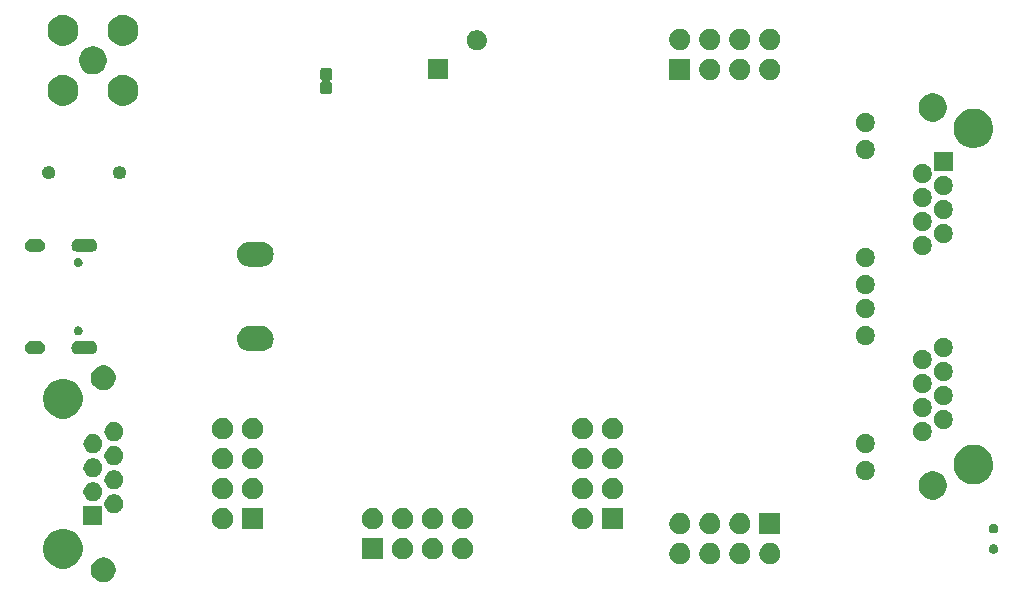
<source format=gbr>
G04 #@! TF.GenerationSoftware,KiCad,Pcbnew,5.1.5*
G04 #@! TF.CreationDate,2020-08-12T23:37:01+02:00*
G04 #@! TF.ProjectId,icE1usb,69634531-7573-4622-9e6b-696361645f70,rev?*
G04 #@! TF.SameCoordinates,Original*
G04 #@! TF.FileFunction,Soldermask,Bot*
G04 #@! TF.FilePolarity,Negative*
%FSLAX46Y46*%
G04 Gerber Fmt 4.6, Leading zero omitted, Abs format (unit mm)*
G04 Created by KiCad (PCBNEW 5.1.5) date 2020-08-12 23:37:01*
%MOMM*%
%LPD*%
G04 APERTURE LIST*
%ADD10C,0.150000*%
%ADD11C,0.100000*%
G04 APERTURE END LIST*
D10*
G36*
X-16500000Y18300000D02*
G01*
X-16500000Y18200000D01*
X-16000000Y18200000D01*
X-16000000Y18300000D01*
X-16500000Y18300000D01*
G37*
X-16500000Y18300000D02*
X-16500000Y18200000D01*
X-16000000Y18200000D01*
X-16000000Y18300000D01*
X-16500000Y18300000D01*
D11*
G36*
X-34938965Y-22103450D02*
G01*
X-34803726Y-22130350D01*
X-34612638Y-22209502D01*
X-34440664Y-22324411D01*
X-34294411Y-22470664D01*
X-34179502Y-22642638D01*
X-34100350Y-22833726D01*
X-34060000Y-23036584D01*
X-34060000Y-23243416D01*
X-34100350Y-23446274D01*
X-34179502Y-23637362D01*
X-34294411Y-23809336D01*
X-34440664Y-23955589D01*
X-34612638Y-24070498D01*
X-34803726Y-24149650D01*
X-34938965Y-24176550D01*
X-35006582Y-24190000D01*
X-35213418Y-24190000D01*
X-35281035Y-24176550D01*
X-35416274Y-24149650D01*
X-35607362Y-24070498D01*
X-35779336Y-23955589D01*
X-35925589Y-23809336D01*
X-36040498Y-23637362D01*
X-36119650Y-23446274D01*
X-36160000Y-23243416D01*
X-36160000Y-23036584D01*
X-36119650Y-22833726D01*
X-36040498Y-22642638D01*
X-35925589Y-22470664D01*
X-35779336Y-22324411D01*
X-35607362Y-22209502D01*
X-35416274Y-22130350D01*
X-35281035Y-22103450D01*
X-35213418Y-22090000D01*
X-35006582Y-22090000D01*
X-34938965Y-22103450D01*
G37*
G36*
X-38051424Y-19749368D02*
G01*
X-38051423Y-19749368D01*
X-38051420Y-19749369D01*
X-37746590Y-19875634D01*
X-37472249Y-20058942D01*
X-37238942Y-20292249D01*
X-37055634Y-20566590D01*
X-36929369Y-20871420D01*
X-36929368Y-20871423D01*
X-36929368Y-20871424D01*
X-36865000Y-21195025D01*
X-36865000Y-21524975D01*
X-36914994Y-21776313D01*
X-36929369Y-21848580D01*
X-37055634Y-22153410D01*
X-37238942Y-22427751D01*
X-37472249Y-22661058D01*
X-37746590Y-22844366D01*
X-38051420Y-22970631D01*
X-38051423Y-22970632D01*
X-38051424Y-22970632D01*
X-38375025Y-23035000D01*
X-38704975Y-23035000D01*
X-39028576Y-22970632D01*
X-39028577Y-22970632D01*
X-39028580Y-22970631D01*
X-39333410Y-22844366D01*
X-39607751Y-22661058D01*
X-39841058Y-22427751D01*
X-40024366Y-22153410D01*
X-40150631Y-21848580D01*
X-40165006Y-21776313D01*
X-40215000Y-21524975D01*
X-40215000Y-21195025D01*
X-40150632Y-20871424D01*
X-40150632Y-20871423D01*
X-40150631Y-20871420D01*
X-40024366Y-20566590D01*
X-39841058Y-20292249D01*
X-39607751Y-20058942D01*
X-39333410Y-19875634D01*
X-39028580Y-19749369D01*
X-39028577Y-19749368D01*
X-39028576Y-19749368D01*
X-38704975Y-19685000D01*
X-38375025Y-19685000D01*
X-38051424Y-19749368D01*
G37*
G36*
X18933161Y-20884823D02*
G01*
X19032520Y-20904586D01*
X19196310Y-20972430D01*
X19343717Y-21070924D01*
X19469076Y-21196283D01*
X19567570Y-21343690D01*
X19635414Y-21507480D01*
X19655177Y-21606839D01*
X19670000Y-21681355D01*
X19670000Y-21858645D01*
X19657057Y-21923714D01*
X19635414Y-22032520D01*
X19567570Y-22196310D01*
X19469076Y-22343717D01*
X19343717Y-22469076D01*
X19196310Y-22567570D01*
X19032520Y-22635414D01*
X18933161Y-22655177D01*
X18858645Y-22670000D01*
X18681355Y-22670000D01*
X18606839Y-22655177D01*
X18507480Y-22635414D01*
X18343690Y-22567570D01*
X18196283Y-22469076D01*
X18070924Y-22343717D01*
X17972430Y-22196310D01*
X17904586Y-22032520D01*
X17882943Y-21923714D01*
X17870000Y-21858645D01*
X17870000Y-21681355D01*
X17884823Y-21606839D01*
X17904586Y-21507480D01*
X17972430Y-21343690D01*
X18070924Y-21196283D01*
X18196283Y-21070924D01*
X18343690Y-20972430D01*
X18507480Y-20904586D01*
X18606839Y-20884823D01*
X18681355Y-20870000D01*
X18858645Y-20870000D01*
X18933161Y-20884823D01*
G37*
G36*
X13853161Y-20884823D02*
G01*
X13952520Y-20904586D01*
X14116310Y-20972430D01*
X14263717Y-21070924D01*
X14389076Y-21196283D01*
X14487570Y-21343690D01*
X14555414Y-21507480D01*
X14575177Y-21606839D01*
X14590000Y-21681355D01*
X14590000Y-21858645D01*
X14577057Y-21923714D01*
X14555414Y-22032520D01*
X14487570Y-22196310D01*
X14389076Y-22343717D01*
X14263717Y-22469076D01*
X14116310Y-22567570D01*
X13952520Y-22635414D01*
X13853161Y-22655177D01*
X13778645Y-22670000D01*
X13601355Y-22670000D01*
X13526839Y-22655177D01*
X13427480Y-22635414D01*
X13263690Y-22567570D01*
X13116283Y-22469076D01*
X12990924Y-22343717D01*
X12892430Y-22196310D01*
X12824586Y-22032520D01*
X12802943Y-21923714D01*
X12790000Y-21858645D01*
X12790000Y-21681355D01*
X12804823Y-21606839D01*
X12824586Y-21507480D01*
X12892430Y-21343690D01*
X12990924Y-21196283D01*
X13116283Y-21070924D01*
X13263690Y-20972430D01*
X13427480Y-20904586D01*
X13526839Y-20884823D01*
X13601355Y-20870000D01*
X13778645Y-20870000D01*
X13853161Y-20884823D01*
G37*
G36*
X21473161Y-20884823D02*
G01*
X21572520Y-20904586D01*
X21736310Y-20972430D01*
X21883717Y-21070924D01*
X22009076Y-21196283D01*
X22107570Y-21343690D01*
X22175414Y-21507480D01*
X22195177Y-21606839D01*
X22210000Y-21681355D01*
X22210000Y-21858645D01*
X22197057Y-21923714D01*
X22175414Y-22032520D01*
X22107570Y-22196310D01*
X22009076Y-22343717D01*
X21883717Y-22469076D01*
X21736310Y-22567570D01*
X21572520Y-22635414D01*
X21473161Y-22655177D01*
X21398645Y-22670000D01*
X21221355Y-22670000D01*
X21146839Y-22655177D01*
X21047480Y-22635414D01*
X20883690Y-22567570D01*
X20736283Y-22469076D01*
X20610924Y-22343717D01*
X20512430Y-22196310D01*
X20444586Y-22032520D01*
X20422943Y-21923714D01*
X20410000Y-21858645D01*
X20410000Y-21681355D01*
X20424823Y-21606839D01*
X20444586Y-21507480D01*
X20512430Y-21343690D01*
X20610924Y-21196283D01*
X20736283Y-21070924D01*
X20883690Y-20972430D01*
X21047480Y-20904586D01*
X21146839Y-20884823D01*
X21221355Y-20870000D01*
X21398645Y-20870000D01*
X21473161Y-20884823D01*
G37*
G36*
X16393161Y-20884823D02*
G01*
X16492520Y-20904586D01*
X16656310Y-20972430D01*
X16803717Y-21070924D01*
X16929076Y-21196283D01*
X17027570Y-21343690D01*
X17095414Y-21507480D01*
X17115177Y-21606839D01*
X17130000Y-21681355D01*
X17130000Y-21858645D01*
X17117057Y-21923714D01*
X17095414Y-22032520D01*
X17027570Y-22196310D01*
X16929076Y-22343717D01*
X16803717Y-22469076D01*
X16656310Y-22567570D01*
X16492520Y-22635414D01*
X16393161Y-22655177D01*
X16318645Y-22670000D01*
X16141355Y-22670000D01*
X16066839Y-22655177D01*
X15967480Y-22635414D01*
X15803690Y-22567570D01*
X15656283Y-22469076D01*
X15530924Y-22343717D01*
X15432430Y-22196310D01*
X15364586Y-22032520D01*
X15342943Y-21923714D01*
X15330000Y-21858645D01*
X15330000Y-21681355D01*
X15344823Y-21606839D01*
X15364586Y-21507480D01*
X15432430Y-21343690D01*
X15530924Y-21196283D01*
X15656283Y-21070924D01*
X15803690Y-20972430D01*
X15967480Y-20904586D01*
X16066839Y-20884823D01*
X16141355Y-20870000D01*
X16318645Y-20870000D01*
X16393161Y-20884823D01*
G37*
G36*
X-11420000Y-22250000D02*
G01*
X-13220000Y-22250000D01*
X-13220000Y-20450000D01*
X-11420000Y-20450000D01*
X-11420000Y-22250000D01*
G37*
G36*
X-4536839Y-20464823D02*
G01*
X-4437480Y-20484586D01*
X-4273690Y-20552430D01*
X-4126283Y-20650924D01*
X-4000924Y-20776283D01*
X-3902430Y-20923690D01*
X-3834586Y-21087480D01*
X-3829109Y-21115016D01*
X-3800000Y-21261355D01*
X-3800000Y-21438645D01*
X-3813693Y-21507484D01*
X-3834586Y-21612520D01*
X-3902430Y-21776310D01*
X-4000924Y-21923717D01*
X-4126283Y-22049076D01*
X-4273690Y-22147570D01*
X-4437480Y-22215414D01*
X-4536839Y-22235177D01*
X-4611355Y-22250000D01*
X-4788645Y-22250000D01*
X-4863161Y-22235177D01*
X-4962520Y-22215414D01*
X-5126310Y-22147570D01*
X-5273717Y-22049076D01*
X-5399076Y-21923717D01*
X-5497570Y-21776310D01*
X-5565414Y-21612520D01*
X-5586307Y-21507484D01*
X-5600000Y-21438645D01*
X-5600000Y-21261355D01*
X-5570891Y-21115016D01*
X-5565414Y-21087480D01*
X-5497570Y-20923690D01*
X-5399076Y-20776283D01*
X-5273717Y-20650924D01*
X-5126310Y-20552430D01*
X-4962520Y-20484586D01*
X-4863161Y-20464823D01*
X-4788645Y-20450000D01*
X-4611355Y-20450000D01*
X-4536839Y-20464823D01*
G37*
G36*
X-7076839Y-20464823D02*
G01*
X-6977480Y-20484586D01*
X-6813690Y-20552430D01*
X-6666283Y-20650924D01*
X-6540924Y-20776283D01*
X-6442430Y-20923690D01*
X-6374586Y-21087480D01*
X-6369109Y-21115016D01*
X-6340000Y-21261355D01*
X-6340000Y-21438645D01*
X-6353693Y-21507484D01*
X-6374586Y-21612520D01*
X-6442430Y-21776310D01*
X-6540924Y-21923717D01*
X-6666283Y-22049076D01*
X-6813690Y-22147570D01*
X-6977480Y-22215414D01*
X-7076839Y-22235177D01*
X-7151355Y-22250000D01*
X-7328645Y-22250000D01*
X-7403161Y-22235177D01*
X-7502520Y-22215414D01*
X-7666310Y-22147570D01*
X-7813717Y-22049076D01*
X-7939076Y-21923717D01*
X-8037570Y-21776310D01*
X-8105414Y-21612520D01*
X-8126307Y-21507484D01*
X-8140000Y-21438645D01*
X-8140000Y-21261355D01*
X-8110891Y-21115016D01*
X-8105414Y-21087480D01*
X-8037570Y-20923690D01*
X-7939076Y-20776283D01*
X-7813717Y-20650924D01*
X-7666310Y-20552430D01*
X-7502520Y-20484586D01*
X-7403161Y-20464823D01*
X-7328645Y-20450000D01*
X-7151355Y-20450000D01*
X-7076839Y-20464823D01*
G37*
G36*
X-9616839Y-20464823D02*
G01*
X-9517480Y-20484586D01*
X-9353690Y-20552430D01*
X-9206283Y-20650924D01*
X-9080924Y-20776283D01*
X-8982430Y-20923690D01*
X-8914586Y-21087480D01*
X-8909109Y-21115016D01*
X-8880000Y-21261355D01*
X-8880000Y-21438645D01*
X-8893693Y-21507484D01*
X-8914586Y-21612520D01*
X-8982430Y-21776310D01*
X-9080924Y-21923717D01*
X-9206283Y-22049076D01*
X-9353690Y-22147570D01*
X-9517480Y-22215414D01*
X-9616839Y-22235177D01*
X-9691355Y-22250000D01*
X-9868645Y-22250000D01*
X-9943161Y-22235177D01*
X-10042520Y-22215414D01*
X-10206310Y-22147570D01*
X-10353717Y-22049076D01*
X-10479076Y-21923717D01*
X-10577570Y-21776310D01*
X-10645414Y-21612520D01*
X-10666307Y-21507484D01*
X-10680000Y-21438645D01*
X-10680000Y-21261355D01*
X-10650891Y-21115016D01*
X-10645414Y-21087480D01*
X-10577570Y-20923690D01*
X-10479076Y-20776283D01*
X-10353717Y-20650924D01*
X-10206310Y-20552430D01*
X-10042520Y-20484586D01*
X-9943161Y-20464823D01*
X-9868645Y-20450000D01*
X-9691355Y-20450000D01*
X-9616839Y-20464823D01*
G37*
G36*
X40366673Y-20985371D02*
G01*
X40366675Y-20985372D01*
X40366676Y-20985372D01*
X40393566Y-20996510D01*
X40439472Y-21015525D01*
X40504984Y-21059299D01*
X40560701Y-21115016D01*
X40604475Y-21180528D01*
X40634629Y-21253327D01*
X40650000Y-21330601D01*
X40650000Y-21409399D01*
X40634629Y-21486673D01*
X40604475Y-21559472D01*
X40560701Y-21624984D01*
X40504984Y-21680701D01*
X40439472Y-21724475D01*
X40393566Y-21743490D01*
X40366676Y-21754628D01*
X40366675Y-21754628D01*
X40366673Y-21754629D01*
X40289399Y-21770000D01*
X40210601Y-21770000D01*
X40133327Y-21754629D01*
X40133325Y-21754628D01*
X40133324Y-21754628D01*
X40106434Y-21743490D01*
X40060528Y-21724475D01*
X39995016Y-21680701D01*
X39939299Y-21624984D01*
X39895525Y-21559472D01*
X39865371Y-21486673D01*
X39850000Y-21409399D01*
X39850000Y-21330601D01*
X39865371Y-21253327D01*
X39895525Y-21180528D01*
X39939299Y-21115016D01*
X39995016Y-21059299D01*
X40060528Y-21015525D01*
X40106434Y-20996510D01*
X40133324Y-20985372D01*
X40133325Y-20985372D01*
X40133327Y-20985371D01*
X40210601Y-20970000D01*
X40289399Y-20970000D01*
X40366673Y-20985371D01*
G37*
G36*
X22210000Y-20130000D02*
G01*
X20410000Y-20130000D01*
X20410000Y-18330000D01*
X22210000Y-18330000D01*
X22210000Y-20130000D01*
G37*
G36*
X18933161Y-18344823D02*
G01*
X19032520Y-18364586D01*
X19196310Y-18432430D01*
X19343717Y-18530924D01*
X19469076Y-18656283D01*
X19567570Y-18803690D01*
X19635414Y-18967480D01*
X19655177Y-19066839D01*
X19670000Y-19141355D01*
X19670000Y-19318645D01*
X19657057Y-19383714D01*
X19635414Y-19492520D01*
X19567570Y-19656310D01*
X19469076Y-19803717D01*
X19343717Y-19929076D01*
X19196310Y-20027570D01*
X19032520Y-20095414D01*
X18933161Y-20115177D01*
X18858645Y-20130000D01*
X18681355Y-20130000D01*
X18606839Y-20115177D01*
X18507480Y-20095414D01*
X18343690Y-20027570D01*
X18196283Y-19929076D01*
X18070924Y-19803717D01*
X17972430Y-19656310D01*
X17904586Y-19492520D01*
X17882943Y-19383714D01*
X17870000Y-19318645D01*
X17870000Y-19141355D01*
X17884823Y-19066839D01*
X17904586Y-18967480D01*
X17972430Y-18803690D01*
X18070924Y-18656283D01*
X18196283Y-18530924D01*
X18343690Y-18432430D01*
X18507480Y-18364586D01*
X18606839Y-18344823D01*
X18681355Y-18330000D01*
X18858645Y-18330000D01*
X18933161Y-18344823D01*
G37*
G36*
X16393161Y-18344823D02*
G01*
X16492520Y-18364586D01*
X16656310Y-18432430D01*
X16803717Y-18530924D01*
X16929076Y-18656283D01*
X17027570Y-18803690D01*
X17095414Y-18967480D01*
X17115177Y-19066839D01*
X17130000Y-19141355D01*
X17130000Y-19318645D01*
X17117057Y-19383714D01*
X17095414Y-19492520D01*
X17027570Y-19656310D01*
X16929076Y-19803717D01*
X16803717Y-19929076D01*
X16656310Y-20027570D01*
X16492520Y-20095414D01*
X16393161Y-20115177D01*
X16318645Y-20130000D01*
X16141355Y-20130000D01*
X16066839Y-20115177D01*
X15967480Y-20095414D01*
X15803690Y-20027570D01*
X15656283Y-19929076D01*
X15530924Y-19803717D01*
X15432430Y-19656310D01*
X15364586Y-19492520D01*
X15342943Y-19383714D01*
X15330000Y-19318645D01*
X15330000Y-19141355D01*
X15344823Y-19066839D01*
X15364586Y-18967480D01*
X15432430Y-18803690D01*
X15530924Y-18656283D01*
X15656283Y-18530924D01*
X15803690Y-18432430D01*
X15967480Y-18364586D01*
X16066839Y-18344823D01*
X16141355Y-18330000D01*
X16318645Y-18330000D01*
X16393161Y-18344823D01*
G37*
G36*
X13853161Y-18344823D02*
G01*
X13952520Y-18364586D01*
X14116310Y-18432430D01*
X14263717Y-18530924D01*
X14389076Y-18656283D01*
X14487570Y-18803690D01*
X14555414Y-18967480D01*
X14575177Y-19066839D01*
X14590000Y-19141355D01*
X14590000Y-19318645D01*
X14577057Y-19383714D01*
X14555414Y-19492520D01*
X14487570Y-19656310D01*
X14389076Y-19803717D01*
X14263717Y-19929076D01*
X14116310Y-20027570D01*
X13952520Y-20095414D01*
X13853161Y-20115177D01*
X13778645Y-20130000D01*
X13601355Y-20130000D01*
X13526839Y-20115177D01*
X13427480Y-20095414D01*
X13263690Y-20027570D01*
X13116283Y-19929076D01*
X12990924Y-19803717D01*
X12892430Y-19656310D01*
X12824586Y-19492520D01*
X12802943Y-19383714D01*
X12790000Y-19318645D01*
X12790000Y-19141355D01*
X12804823Y-19066839D01*
X12824586Y-18967480D01*
X12892430Y-18803690D01*
X12990924Y-18656283D01*
X13116283Y-18530924D01*
X13263690Y-18432430D01*
X13427480Y-18364586D01*
X13526839Y-18344823D01*
X13601355Y-18330000D01*
X13778645Y-18330000D01*
X13853161Y-18344823D01*
G37*
G36*
X40366673Y-19265371D02*
G01*
X40366675Y-19265372D01*
X40366676Y-19265372D01*
X40393566Y-19276510D01*
X40439472Y-19295525D01*
X40504984Y-19339299D01*
X40560701Y-19395016D01*
X40604475Y-19460528D01*
X40634629Y-19533327D01*
X40650000Y-19610601D01*
X40650000Y-19689399D01*
X40634629Y-19766673D01*
X40604475Y-19839472D01*
X40560701Y-19904984D01*
X40504984Y-19960701D01*
X40439472Y-20004475D01*
X40393566Y-20023490D01*
X40366676Y-20034628D01*
X40366675Y-20034628D01*
X40366673Y-20034629D01*
X40289399Y-20050000D01*
X40210601Y-20050000D01*
X40133327Y-20034629D01*
X40133325Y-20034628D01*
X40133324Y-20034628D01*
X40106434Y-20023490D01*
X40060528Y-20004475D01*
X39995016Y-19960701D01*
X39939299Y-19904984D01*
X39895525Y-19839472D01*
X39865371Y-19766673D01*
X39850000Y-19689399D01*
X39850000Y-19610601D01*
X39865371Y-19533327D01*
X39895525Y-19460528D01*
X39939299Y-19395016D01*
X39995016Y-19339299D01*
X40060528Y-19295525D01*
X40106434Y-19276510D01*
X40133324Y-19265372D01*
X40133325Y-19265372D01*
X40133327Y-19265371D01*
X40210601Y-19250000D01*
X40289399Y-19250000D01*
X40366673Y-19265371D01*
G37*
G36*
X-4536839Y-17924823D02*
G01*
X-4437480Y-17944586D01*
X-4273690Y-18012430D01*
X-4126283Y-18110924D01*
X-4000924Y-18236283D01*
X-3902430Y-18383690D01*
X-3834586Y-18547480D01*
X-3814823Y-18646839D01*
X-3800000Y-18721355D01*
X-3800000Y-18898645D01*
X-3813693Y-18967484D01*
X-3834586Y-19072520D01*
X-3902430Y-19236310D01*
X-4000924Y-19383717D01*
X-4126283Y-19509076D01*
X-4273690Y-19607570D01*
X-4437480Y-19675414D01*
X-4536839Y-19695177D01*
X-4611355Y-19710000D01*
X-4788645Y-19710000D01*
X-4863161Y-19695177D01*
X-4962520Y-19675414D01*
X-5126310Y-19607570D01*
X-5273717Y-19509076D01*
X-5399076Y-19383717D01*
X-5497570Y-19236310D01*
X-5565414Y-19072520D01*
X-5586307Y-18967484D01*
X-5600000Y-18898645D01*
X-5600000Y-18721355D01*
X-5585177Y-18646839D01*
X-5565414Y-18547480D01*
X-5497570Y-18383690D01*
X-5399076Y-18236283D01*
X-5273717Y-18110924D01*
X-5126310Y-18012430D01*
X-4962520Y-17944586D01*
X-4863161Y-17924823D01*
X-4788645Y-17910000D01*
X-4611355Y-17910000D01*
X-4536839Y-17924823D01*
G37*
G36*
X-21580000Y-19710000D02*
G01*
X-23380000Y-19710000D01*
X-23380000Y-17910000D01*
X-21580000Y-17910000D01*
X-21580000Y-19710000D01*
G37*
G36*
X5623161Y-17924823D02*
G01*
X5722520Y-17944586D01*
X5886310Y-18012430D01*
X6033717Y-18110924D01*
X6159076Y-18236283D01*
X6257570Y-18383690D01*
X6325414Y-18547480D01*
X6345177Y-18646839D01*
X6360000Y-18721355D01*
X6360000Y-18898645D01*
X6346307Y-18967484D01*
X6325414Y-19072520D01*
X6257570Y-19236310D01*
X6159076Y-19383717D01*
X6033717Y-19509076D01*
X5886310Y-19607570D01*
X5722520Y-19675414D01*
X5623161Y-19695177D01*
X5548645Y-19710000D01*
X5371355Y-19710000D01*
X5296839Y-19695177D01*
X5197480Y-19675414D01*
X5033690Y-19607570D01*
X4886283Y-19509076D01*
X4760924Y-19383717D01*
X4662430Y-19236310D01*
X4594586Y-19072520D01*
X4573693Y-18967484D01*
X4560000Y-18898645D01*
X4560000Y-18721355D01*
X4574823Y-18646839D01*
X4594586Y-18547480D01*
X4662430Y-18383690D01*
X4760924Y-18236283D01*
X4886283Y-18110924D01*
X5033690Y-18012430D01*
X5197480Y-17944586D01*
X5296839Y-17924823D01*
X5371355Y-17910000D01*
X5548645Y-17910000D01*
X5623161Y-17924823D01*
G37*
G36*
X8900000Y-19710000D02*
G01*
X7100000Y-19710000D01*
X7100000Y-17910000D01*
X8900000Y-17910000D01*
X8900000Y-19710000D01*
G37*
G36*
X-24856839Y-17924823D02*
G01*
X-24757480Y-17944586D01*
X-24593690Y-18012430D01*
X-24446283Y-18110924D01*
X-24320924Y-18236283D01*
X-24222430Y-18383690D01*
X-24154586Y-18547480D01*
X-24134823Y-18646839D01*
X-24120000Y-18721355D01*
X-24120000Y-18898645D01*
X-24133693Y-18967484D01*
X-24154586Y-19072520D01*
X-24222430Y-19236310D01*
X-24320924Y-19383717D01*
X-24446283Y-19509076D01*
X-24593690Y-19607570D01*
X-24757480Y-19675414D01*
X-24856839Y-19695177D01*
X-24931355Y-19710000D01*
X-25108645Y-19710000D01*
X-25183161Y-19695177D01*
X-25282520Y-19675414D01*
X-25446310Y-19607570D01*
X-25593717Y-19509076D01*
X-25719076Y-19383717D01*
X-25817570Y-19236310D01*
X-25885414Y-19072520D01*
X-25906307Y-18967484D01*
X-25920000Y-18898645D01*
X-25920000Y-18721355D01*
X-25905177Y-18646839D01*
X-25885414Y-18547480D01*
X-25817570Y-18383690D01*
X-25719076Y-18236283D01*
X-25593717Y-18110924D01*
X-25446310Y-18012430D01*
X-25282520Y-17944586D01*
X-25183161Y-17924823D01*
X-25108645Y-17910000D01*
X-24931355Y-17910000D01*
X-24856839Y-17924823D01*
G37*
G36*
X-12156839Y-17924823D02*
G01*
X-12057480Y-17944586D01*
X-11893690Y-18012430D01*
X-11746283Y-18110924D01*
X-11620924Y-18236283D01*
X-11522430Y-18383690D01*
X-11454586Y-18547480D01*
X-11434823Y-18646839D01*
X-11420000Y-18721355D01*
X-11420000Y-18898645D01*
X-11433693Y-18967484D01*
X-11454586Y-19072520D01*
X-11522430Y-19236310D01*
X-11620924Y-19383717D01*
X-11746283Y-19509076D01*
X-11893690Y-19607570D01*
X-12057480Y-19675414D01*
X-12156839Y-19695177D01*
X-12231355Y-19710000D01*
X-12408645Y-19710000D01*
X-12483161Y-19695177D01*
X-12582520Y-19675414D01*
X-12746310Y-19607570D01*
X-12893717Y-19509076D01*
X-13019076Y-19383717D01*
X-13117570Y-19236310D01*
X-13185414Y-19072520D01*
X-13206307Y-18967484D01*
X-13220000Y-18898645D01*
X-13220000Y-18721355D01*
X-13205177Y-18646839D01*
X-13185414Y-18547480D01*
X-13117570Y-18383690D01*
X-13019076Y-18236283D01*
X-12893717Y-18110924D01*
X-12746310Y-18012430D01*
X-12582520Y-17944586D01*
X-12483161Y-17924823D01*
X-12408645Y-17910000D01*
X-12231355Y-17910000D01*
X-12156839Y-17924823D01*
G37*
G36*
X-9616839Y-17924823D02*
G01*
X-9517480Y-17944586D01*
X-9353690Y-18012430D01*
X-9206283Y-18110924D01*
X-9080924Y-18236283D01*
X-8982430Y-18383690D01*
X-8914586Y-18547480D01*
X-8894823Y-18646839D01*
X-8880000Y-18721355D01*
X-8880000Y-18898645D01*
X-8893693Y-18967484D01*
X-8914586Y-19072520D01*
X-8982430Y-19236310D01*
X-9080924Y-19383717D01*
X-9206283Y-19509076D01*
X-9353690Y-19607570D01*
X-9517480Y-19675414D01*
X-9616839Y-19695177D01*
X-9691355Y-19710000D01*
X-9868645Y-19710000D01*
X-9943161Y-19695177D01*
X-10042520Y-19675414D01*
X-10206310Y-19607570D01*
X-10353717Y-19509076D01*
X-10479076Y-19383717D01*
X-10577570Y-19236310D01*
X-10645414Y-19072520D01*
X-10666307Y-18967484D01*
X-10680000Y-18898645D01*
X-10680000Y-18721355D01*
X-10665177Y-18646839D01*
X-10645414Y-18547480D01*
X-10577570Y-18383690D01*
X-10479076Y-18236283D01*
X-10353717Y-18110924D01*
X-10206310Y-18012430D01*
X-10042520Y-17944586D01*
X-9943161Y-17924823D01*
X-9868645Y-17910000D01*
X-9691355Y-17910000D01*
X-9616839Y-17924823D01*
G37*
G36*
X-7076839Y-17924823D02*
G01*
X-6977480Y-17944586D01*
X-6813690Y-18012430D01*
X-6666283Y-18110924D01*
X-6540924Y-18236283D01*
X-6442430Y-18383690D01*
X-6374586Y-18547480D01*
X-6354823Y-18646839D01*
X-6340000Y-18721355D01*
X-6340000Y-18898645D01*
X-6353693Y-18967484D01*
X-6374586Y-19072520D01*
X-6442430Y-19236310D01*
X-6540924Y-19383717D01*
X-6666283Y-19509076D01*
X-6813690Y-19607570D01*
X-6977480Y-19675414D01*
X-7076839Y-19695177D01*
X-7151355Y-19710000D01*
X-7328645Y-19710000D01*
X-7403161Y-19695177D01*
X-7502520Y-19675414D01*
X-7666310Y-19607570D01*
X-7813717Y-19509076D01*
X-7939076Y-19383717D01*
X-8037570Y-19236310D01*
X-8105414Y-19072520D01*
X-8126307Y-18967484D01*
X-8140000Y-18898645D01*
X-8140000Y-18721355D01*
X-8125177Y-18646839D01*
X-8105414Y-18547480D01*
X-8037570Y-18383690D01*
X-7939076Y-18236283D01*
X-7813717Y-18110924D01*
X-7666310Y-18012430D01*
X-7502520Y-17944586D01*
X-7403161Y-17924823D01*
X-7328645Y-17910000D01*
X-7151355Y-17910000D01*
X-7076839Y-17924823D01*
G37*
G36*
X-35200000Y-19370000D02*
G01*
X-36800000Y-19370000D01*
X-36800000Y-17770000D01*
X-35200000Y-17770000D01*
X-35200000Y-19370000D01*
G37*
G36*
X-34091169Y-16759953D02*
G01*
X-33986649Y-16780743D01*
X-33841058Y-16841049D01*
X-33710030Y-16928599D01*
X-33598599Y-17040030D01*
X-33511049Y-17171058D01*
X-33450743Y-17316649D01*
X-33420000Y-17471207D01*
X-33420000Y-17628793D01*
X-33450743Y-17783351D01*
X-33511049Y-17928942D01*
X-33598599Y-18059970D01*
X-33710030Y-18171401D01*
X-33841058Y-18258951D01*
X-33986649Y-18319257D01*
X-34089688Y-18339752D01*
X-34141205Y-18350000D01*
X-34298795Y-18350000D01*
X-34350312Y-18339752D01*
X-34453351Y-18319257D01*
X-34598942Y-18258951D01*
X-34729970Y-18171401D01*
X-34841401Y-18059970D01*
X-34928951Y-17928942D01*
X-34989257Y-17783351D01*
X-35020000Y-17628793D01*
X-35020000Y-17471207D01*
X-34989257Y-17316649D01*
X-34928951Y-17171058D01*
X-34841401Y-17040030D01*
X-34729970Y-16928599D01*
X-34598942Y-16841049D01*
X-34453351Y-16780743D01*
X-34348831Y-16759953D01*
X-34298795Y-16750000D01*
X-34141205Y-16750000D01*
X-34091169Y-16759953D01*
G37*
G36*
X-35869688Y-15740248D02*
G01*
X-35766649Y-15760743D01*
X-35621058Y-15821049D01*
X-35490030Y-15908599D01*
X-35378599Y-16020030D01*
X-35291049Y-16151058D01*
X-35230743Y-16296649D01*
X-35200000Y-16451207D01*
X-35200000Y-16608793D01*
X-35230743Y-16763351D01*
X-35291049Y-16908942D01*
X-35378599Y-17039970D01*
X-35490030Y-17151401D01*
X-35621058Y-17238951D01*
X-35766649Y-17299257D01*
X-35869688Y-17319752D01*
X-35921205Y-17330000D01*
X-36078795Y-17330000D01*
X-36130312Y-17319752D01*
X-36233351Y-17299257D01*
X-36378942Y-17238951D01*
X-36509970Y-17151401D01*
X-36621401Y-17039970D01*
X-36708951Y-16908942D01*
X-36769257Y-16763351D01*
X-36800000Y-16608793D01*
X-36800000Y-16451207D01*
X-36769257Y-16296649D01*
X-36708951Y-16151058D01*
X-36621401Y-16020030D01*
X-36509970Y-15908599D01*
X-36378942Y-15821049D01*
X-36233351Y-15760743D01*
X-36130312Y-15740248D01*
X-36078795Y-15730000D01*
X-35921205Y-15730000D01*
X-35869688Y-15740248D01*
G37*
G36*
X35460024Y-14841114D02*
G01*
X35678417Y-14931575D01*
X35874953Y-15062897D01*
X36042103Y-15230047D01*
X36173425Y-15426583D01*
X36263886Y-15644976D01*
X36310000Y-15876808D01*
X36310000Y-16113192D01*
X36263886Y-16345024D01*
X36173425Y-16563417D01*
X36042103Y-16759953D01*
X35874953Y-16927103D01*
X35678417Y-17058425D01*
X35460024Y-17148886D01*
X35228192Y-17195000D01*
X34991808Y-17195000D01*
X34759976Y-17148886D01*
X34541583Y-17058425D01*
X34345047Y-16927103D01*
X34177897Y-16759953D01*
X34046575Y-16563417D01*
X33956114Y-16345024D01*
X33910000Y-16113192D01*
X33910000Y-15876808D01*
X33956114Y-15644976D01*
X34046575Y-15426583D01*
X34177897Y-15230047D01*
X34345047Y-15062897D01*
X34541583Y-14931575D01*
X34759976Y-14841114D01*
X34991808Y-14795000D01*
X35228192Y-14795000D01*
X35460024Y-14841114D01*
G37*
G36*
X-24856839Y-15384823D02*
G01*
X-24757480Y-15404586D01*
X-24593690Y-15472430D01*
X-24446283Y-15570924D01*
X-24320924Y-15696283D01*
X-24222430Y-15843690D01*
X-24154586Y-16007480D01*
X-24134823Y-16106839D01*
X-24120000Y-16181355D01*
X-24120000Y-16358645D01*
X-24134823Y-16433161D01*
X-24154586Y-16532520D01*
X-24222430Y-16696310D01*
X-24320924Y-16843717D01*
X-24446283Y-16969076D01*
X-24593690Y-17067570D01*
X-24757480Y-17135414D01*
X-24856839Y-17155177D01*
X-24931355Y-17170000D01*
X-25108645Y-17170000D01*
X-25183161Y-17155177D01*
X-25282520Y-17135414D01*
X-25446310Y-17067570D01*
X-25593717Y-16969076D01*
X-25719076Y-16843717D01*
X-25817570Y-16696310D01*
X-25885414Y-16532520D01*
X-25905177Y-16433161D01*
X-25920000Y-16358645D01*
X-25920000Y-16181355D01*
X-25905177Y-16106839D01*
X-25885414Y-16007480D01*
X-25817570Y-15843690D01*
X-25719076Y-15696283D01*
X-25593717Y-15570924D01*
X-25446310Y-15472430D01*
X-25282520Y-15404586D01*
X-25183161Y-15384823D01*
X-25108645Y-15370000D01*
X-24931355Y-15370000D01*
X-24856839Y-15384823D01*
G37*
G36*
X5623161Y-15384823D02*
G01*
X5722520Y-15404586D01*
X5886310Y-15472430D01*
X6033717Y-15570924D01*
X6159076Y-15696283D01*
X6257570Y-15843690D01*
X6325414Y-16007480D01*
X6345177Y-16106839D01*
X6360000Y-16181355D01*
X6360000Y-16358645D01*
X6345177Y-16433161D01*
X6325414Y-16532520D01*
X6257570Y-16696310D01*
X6159076Y-16843717D01*
X6033717Y-16969076D01*
X5886310Y-17067570D01*
X5722520Y-17135414D01*
X5623161Y-17155177D01*
X5548645Y-17170000D01*
X5371355Y-17170000D01*
X5296839Y-17155177D01*
X5197480Y-17135414D01*
X5033690Y-17067570D01*
X4886283Y-16969076D01*
X4760924Y-16843717D01*
X4662430Y-16696310D01*
X4594586Y-16532520D01*
X4574823Y-16433161D01*
X4560000Y-16358645D01*
X4560000Y-16181355D01*
X4574823Y-16106839D01*
X4594586Y-16007480D01*
X4662430Y-15843690D01*
X4760924Y-15696283D01*
X4886283Y-15570924D01*
X5033690Y-15472430D01*
X5197480Y-15404586D01*
X5296839Y-15384823D01*
X5371355Y-15370000D01*
X5548645Y-15370000D01*
X5623161Y-15384823D01*
G37*
G36*
X8163161Y-15384823D02*
G01*
X8262520Y-15404586D01*
X8426310Y-15472430D01*
X8573717Y-15570924D01*
X8699076Y-15696283D01*
X8797570Y-15843690D01*
X8865414Y-16007480D01*
X8885177Y-16106839D01*
X8900000Y-16181355D01*
X8900000Y-16358645D01*
X8885177Y-16433161D01*
X8865414Y-16532520D01*
X8797570Y-16696310D01*
X8699076Y-16843717D01*
X8573717Y-16969076D01*
X8426310Y-17067570D01*
X8262520Y-17135414D01*
X8163161Y-17155177D01*
X8088645Y-17170000D01*
X7911355Y-17170000D01*
X7836839Y-17155177D01*
X7737480Y-17135414D01*
X7573690Y-17067570D01*
X7426283Y-16969076D01*
X7300924Y-16843717D01*
X7202430Y-16696310D01*
X7134586Y-16532520D01*
X7114823Y-16433161D01*
X7100000Y-16358645D01*
X7100000Y-16181355D01*
X7114823Y-16106839D01*
X7134586Y-16007480D01*
X7202430Y-15843690D01*
X7300924Y-15696283D01*
X7426283Y-15570924D01*
X7573690Y-15472430D01*
X7737480Y-15404586D01*
X7836839Y-15384823D01*
X7911355Y-15370000D01*
X8088645Y-15370000D01*
X8163161Y-15384823D01*
G37*
G36*
X-22316839Y-15384823D02*
G01*
X-22217480Y-15404586D01*
X-22053690Y-15472430D01*
X-21906283Y-15570924D01*
X-21780924Y-15696283D01*
X-21682430Y-15843690D01*
X-21614586Y-16007480D01*
X-21594823Y-16106839D01*
X-21580000Y-16181355D01*
X-21580000Y-16358645D01*
X-21594823Y-16433161D01*
X-21614586Y-16532520D01*
X-21682430Y-16696310D01*
X-21780924Y-16843717D01*
X-21906283Y-16969076D01*
X-22053690Y-17067570D01*
X-22217480Y-17135414D01*
X-22316839Y-17155177D01*
X-22391355Y-17170000D01*
X-22568645Y-17170000D01*
X-22643161Y-17155177D01*
X-22742520Y-17135414D01*
X-22906310Y-17067570D01*
X-23053717Y-16969076D01*
X-23179076Y-16843717D01*
X-23277570Y-16696310D01*
X-23345414Y-16532520D01*
X-23365177Y-16433161D01*
X-23380000Y-16358645D01*
X-23380000Y-16181355D01*
X-23365177Y-16106839D01*
X-23345414Y-16007480D01*
X-23277570Y-15843690D01*
X-23179076Y-15696283D01*
X-23053717Y-15570924D01*
X-22906310Y-15472430D01*
X-22742520Y-15404586D01*
X-22643161Y-15384823D01*
X-22568645Y-15370000D01*
X-22391355Y-15370000D01*
X-22316839Y-15384823D01*
G37*
G36*
X-34089688Y-14720248D02*
G01*
X-33986649Y-14740743D01*
X-33841058Y-14801049D01*
X-33710030Y-14888599D01*
X-33598599Y-15000030D01*
X-33511049Y-15131058D01*
X-33450743Y-15276649D01*
X-33434880Y-15356401D01*
X-33420919Y-15426583D01*
X-33420000Y-15431207D01*
X-33420000Y-15588793D01*
X-33450743Y-15743351D01*
X-33511049Y-15888942D01*
X-33598599Y-16019970D01*
X-33710030Y-16131401D01*
X-33841058Y-16218951D01*
X-33986649Y-16279257D01*
X-34089688Y-16299752D01*
X-34141205Y-16310000D01*
X-34298795Y-16310000D01*
X-34350312Y-16299752D01*
X-34453351Y-16279257D01*
X-34598942Y-16218951D01*
X-34729970Y-16131401D01*
X-34841401Y-16019970D01*
X-34928951Y-15888942D01*
X-34989257Y-15743351D01*
X-35020000Y-15588793D01*
X-35020000Y-15431207D01*
X-35019080Y-15426583D01*
X-35005120Y-15356401D01*
X-34989257Y-15276649D01*
X-34928951Y-15131058D01*
X-34841401Y-15000030D01*
X-34729970Y-14888599D01*
X-34598942Y-14801049D01*
X-34453351Y-14740743D01*
X-34350312Y-14720248D01*
X-34298795Y-14710000D01*
X-34141205Y-14710000D01*
X-34089688Y-14720248D01*
G37*
G36*
X39028576Y-12614368D02*
G01*
X39028577Y-12614368D01*
X39028580Y-12614369D01*
X39333410Y-12740634D01*
X39607751Y-12923942D01*
X39841058Y-13157249D01*
X40024366Y-13431590D01*
X40150631Y-13736420D01*
X40150632Y-13736423D01*
X40150632Y-13736424D01*
X40215000Y-14060025D01*
X40215000Y-14389975D01*
X40174136Y-14595414D01*
X40150631Y-14713580D01*
X40024366Y-15018410D01*
X39841058Y-15292751D01*
X39607751Y-15526058D01*
X39333410Y-15709366D01*
X39028580Y-15835631D01*
X39028577Y-15835632D01*
X39028576Y-15835632D01*
X38704975Y-15900000D01*
X38375025Y-15900000D01*
X38051424Y-15835632D01*
X38051423Y-15835632D01*
X38051420Y-15835631D01*
X37746590Y-15709366D01*
X37472249Y-15526058D01*
X37238942Y-15292751D01*
X37055634Y-15018410D01*
X36929369Y-14713580D01*
X36905864Y-14595414D01*
X36865000Y-14389975D01*
X36865000Y-14060025D01*
X36929368Y-13736424D01*
X36929368Y-13736423D01*
X36929369Y-13736420D01*
X37055634Y-13431590D01*
X37238942Y-13157249D01*
X37472249Y-12923942D01*
X37746590Y-12740634D01*
X38051420Y-12614369D01*
X38051423Y-12614368D01*
X38051424Y-12614368D01*
X38375025Y-12550000D01*
X38704975Y-12550000D01*
X39028576Y-12614368D01*
G37*
G36*
X29530312Y-13945248D02*
G01*
X29633351Y-13965743D01*
X29778942Y-14026049D01*
X29909970Y-14113599D01*
X30021401Y-14225030D01*
X30108951Y-14356058D01*
X30169257Y-14501649D01*
X30200000Y-14656207D01*
X30200000Y-14813793D01*
X30169257Y-14968351D01*
X30108951Y-15113942D01*
X30021401Y-15244970D01*
X29909970Y-15356401D01*
X29778942Y-15443951D01*
X29633351Y-15504257D01*
X29530312Y-15524752D01*
X29478795Y-15535000D01*
X29321205Y-15535000D01*
X29269688Y-15524752D01*
X29166649Y-15504257D01*
X29021058Y-15443951D01*
X28890030Y-15356401D01*
X28778599Y-15244970D01*
X28691049Y-15113942D01*
X28630743Y-14968351D01*
X28600000Y-14813793D01*
X28600000Y-14656207D01*
X28630743Y-14501649D01*
X28691049Y-14356058D01*
X28778599Y-14225030D01*
X28890030Y-14113599D01*
X29021058Y-14026049D01*
X29166649Y-13965743D01*
X29269688Y-13945248D01*
X29321205Y-13935000D01*
X29478795Y-13935000D01*
X29530312Y-13945248D01*
G37*
G36*
X-35869688Y-13700248D02*
G01*
X-35766649Y-13720743D01*
X-35621058Y-13781049D01*
X-35490030Y-13868599D01*
X-35378599Y-13980030D01*
X-35291049Y-14111058D01*
X-35230743Y-14256649D01*
X-35221381Y-14303717D01*
X-35204223Y-14389973D01*
X-35200000Y-14411207D01*
X-35200000Y-14568793D01*
X-35230743Y-14723351D01*
X-35291049Y-14868942D01*
X-35378599Y-14999970D01*
X-35490030Y-15111401D01*
X-35621058Y-15198951D01*
X-35766649Y-15259257D01*
X-35869688Y-15279752D01*
X-35921205Y-15290000D01*
X-36078795Y-15290000D01*
X-36130312Y-15279752D01*
X-36233351Y-15259257D01*
X-36378942Y-15198951D01*
X-36509970Y-15111401D01*
X-36621401Y-14999970D01*
X-36708951Y-14868942D01*
X-36769257Y-14723351D01*
X-36800000Y-14568793D01*
X-36800000Y-14411207D01*
X-36795776Y-14389973D01*
X-36778619Y-14303717D01*
X-36769257Y-14256649D01*
X-36708951Y-14111058D01*
X-36621401Y-13980030D01*
X-36509970Y-13868599D01*
X-36378942Y-13781049D01*
X-36233351Y-13720743D01*
X-36130312Y-13700248D01*
X-36078795Y-13690000D01*
X-35921205Y-13690000D01*
X-35869688Y-13700248D01*
G37*
G36*
X-24856839Y-12844823D02*
G01*
X-24757480Y-12864586D01*
X-24593690Y-12932430D01*
X-24446283Y-13030924D01*
X-24320924Y-13156283D01*
X-24222430Y-13303690D01*
X-24154586Y-13467480D01*
X-24138412Y-13548793D01*
X-24120000Y-13641355D01*
X-24120000Y-13818645D01*
X-24129937Y-13868599D01*
X-24154586Y-13992520D01*
X-24222430Y-14156310D01*
X-24320924Y-14303717D01*
X-24446283Y-14429076D01*
X-24593690Y-14527570D01*
X-24757480Y-14595414D01*
X-24856839Y-14615177D01*
X-24931355Y-14630000D01*
X-25108645Y-14630000D01*
X-25183161Y-14615177D01*
X-25282520Y-14595414D01*
X-25446310Y-14527570D01*
X-25593717Y-14429076D01*
X-25719076Y-14303717D01*
X-25817570Y-14156310D01*
X-25885414Y-13992520D01*
X-25910063Y-13868599D01*
X-25920000Y-13818645D01*
X-25920000Y-13641355D01*
X-25901588Y-13548793D01*
X-25885414Y-13467480D01*
X-25817570Y-13303690D01*
X-25719076Y-13156283D01*
X-25593717Y-13030924D01*
X-25446310Y-12932430D01*
X-25282520Y-12864586D01*
X-25183161Y-12844823D01*
X-25108645Y-12830000D01*
X-24931355Y-12830000D01*
X-24856839Y-12844823D01*
G37*
G36*
X8163161Y-12844823D02*
G01*
X8262520Y-12864586D01*
X8426310Y-12932430D01*
X8573717Y-13030924D01*
X8699076Y-13156283D01*
X8797570Y-13303690D01*
X8865414Y-13467480D01*
X8881588Y-13548793D01*
X8900000Y-13641355D01*
X8900000Y-13818645D01*
X8890063Y-13868599D01*
X8865414Y-13992520D01*
X8797570Y-14156310D01*
X8699076Y-14303717D01*
X8573717Y-14429076D01*
X8426310Y-14527570D01*
X8262520Y-14595414D01*
X8163161Y-14615177D01*
X8088645Y-14630000D01*
X7911355Y-14630000D01*
X7836839Y-14615177D01*
X7737480Y-14595414D01*
X7573690Y-14527570D01*
X7426283Y-14429076D01*
X7300924Y-14303717D01*
X7202430Y-14156310D01*
X7134586Y-13992520D01*
X7109937Y-13868599D01*
X7100000Y-13818645D01*
X7100000Y-13641355D01*
X7118412Y-13548793D01*
X7134586Y-13467480D01*
X7202430Y-13303690D01*
X7300924Y-13156283D01*
X7426283Y-13030924D01*
X7573690Y-12932430D01*
X7737480Y-12864586D01*
X7836839Y-12844823D01*
X7911355Y-12830000D01*
X8088645Y-12830000D01*
X8163161Y-12844823D01*
G37*
G36*
X-22316839Y-12844823D02*
G01*
X-22217480Y-12864586D01*
X-22053690Y-12932430D01*
X-21906283Y-13030924D01*
X-21780924Y-13156283D01*
X-21682430Y-13303690D01*
X-21614586Y-13467480D01*
X-21598412Y-13548793D01*
X-21580000Y-13641355D01*
X-21580000Y-13818645D01*
X-21589937Y-13868599D01*
X-21614586Y-13992520D01*
X-21682430Y-14156310D01*
X-21780924Y-14303717D01*
X-21906283Y-14429076D01*
X-22053690Y-14527570D01*
X-22217480Y-14595414D01*
X-22316839Y-14615177D01*
X-22391355Y-14630000D01*
X-22568645Y-14630000D01*
X-22643161Y-14615177D01*
X-22742520Y-14595414D01*
X-22906310Y-14527570D01*
X-23053717Y-14429076D01*
X-23179076Y-14303717D01*
X-23277570Y-14156310D01*
X-23345414Y-13992520D01*
X-23370063Y-13868599D01*
X-23380000Y-13818645D01*
X-23380000Y-13641355D01*
X-23361588Y-13548793D01*
X-23345414Y-13467480D01*
X-23277570Y-13303690D01*
X-23179076Y-13156283D01*
X-23053717Y-13030924D01*
X-22906310Y-12932430D01*
X-22742520Y-12864586D01*
X-22643161Y-12844823D01*
X-22568645Y-12830000D01*
X-22391355Y-12830000D01*
X-22316839Y-12844823D01*
G37*
G36*
X5623161Y-12844823D02*
G01*
X5722520Y-12864586D01*
X5886310Y-12932430D01*
X6033717Y-13030924D01*
X6159076Y-13156283D01*
X6257570Y-13303690D01*
X6325414Y-13467480D01*
X6341588Y-13548793D01*
X6360000Y-13641355D01*
X6360000Y-13818645D01*
X6350063Y-13868599D01*
X6325414Y-13992520D01*
X6257570Y-14156310D01*
X6159076Y-14303717D01*
X6033717Y-14429076D01*
X5886310Y-14527570D01*
X5722520Y-14595414D01*
X5623161Y-14615177D01*
X5548645Y-14630000D01*
X5371355Y-14630000D01*
X5296839Y-14615177D01*
X5197480Y-14595414D01*
X5033690Y-14527570D01*
X4886283Y-14429076D01*
X4760924Y-14303717D01*
X4662430Y-14156310D01*
X4594586Y-13992520D01*
X4569937Y-13868599D01*
X4560000Y-13818645D01*
X4560000Y-13641355D01*
X4578412Y-13548793D01*
X4594586Y-13467480D01*
X4662430Y-13303690D01*
X4760924Y-13156283D01*
X4886283Y-13030924D01*
X5033690Y-12932430D01*
X5197480Y-12864586D01*
X5296839Y-12844823D01*
X5371355Y-12830000D01*
X5548645Y-12830000D01*
X5623161Y-12844823D01*
G37*
G36*
X-34099243Y-12678347D02*
G01*
X-33986649Y-12700743D01*
X-33841058Y-12761049D01*
X-33710030Y-12848599D01*
X-33598599Y-12960030D01*
X-33511049Y-13091058D01*
X-33450743Y-13236649D01*
X-33420000Y-13391207D01*
X-33420000Y-13548793D01*
X-33450743Y-13703351D01*
X-33511049Y-13848942D01*
X-33598599Y-13979970D01*
X-33710030Y-14091401D01*
X-33841058Y-14178951D01*
X-33986649Y-14239257D01*
X-34089688Y-14259752D01*
X-34141205Y-14270000D01*
X-34298795Y-14270000D01*
X-34350312Y-14259752D01*
X-34453351Y-14239257D01*
X-34598942Y-14178951D01*
X-34729970Y-14091401D01*
X-34841401Y-13979970D01*
X-34928951Y-13848942D01*
X-34989257Y-13703351D01*
X-35020000Y-13548793D01*
X-35020000Y-13391207D01*
X-34989257Y-13236649D01*
X-34928951Y-13091058D01*
X-34841401Y-12960030D01*
X-34729970Y-12848599D01*
X-34598942Y-12761049D01*
X-34453351Y-12700743D01*
X-34340757Y-12678347D01*
X-34298795Y-12670000D01*
X-34141205Y-12670000D01*
X-34099243Y-12678347D01*
G37*
G36*
X-35869688Y-11660248D02*
G01*
X-35766649Y-11680743D01*
X-35621058Y-11741049D01*
X-35490030Y-11828599D01*
X-35378599Y-11940030D01*
X-35291049Y-12071058D01*
X-35230743Y-12216649D01*
X-35210248Y-12319688D01*
X-35200994Y-12366207D01*
X-35200000Y-12371207D01*
X-35200000Y-12528793D01*
X-35230743Y-12683351D01*
X-35291049Y-12828942D01*
X-35378599Y-12959970D01*
X-35490030Y-13071401D01*
X-35621058Y-13158951D01*
X-35766649Y-13219257D01*
X-35869688Y-13239752D01*
X-35921205Y-13250000D01*
X-36078795Y-13250000D01*
X-36130312Y-13239752D01*
X-36233351Y-13219257D01*
X-36378942Y-13158951D01*
X-36509970Y-13071401D01*
X-36621401Y-12959970D01*
X-36708951Y-12828942D01*
X-36769257Y-12683351D01*
X-36800000Y-12528793D01*
X-36800000Y-12371207D01*
X-36799005Y-12366207D01*
X-36789752Y-12319688D01*
X-36769257Y-12216649D01*
X-36708951Y-12071058D01*
X-36621401Y-11940030D01*
X-36509970Y-11828599D01*
X-36378942Y-11741049D01*
X-36233351Y-11680743D01*
X-36130312Y-11660248D01*
X-36078795Y-11650000D01*
X-35921205Y-11650000D01*
X-35869688Y-11660248D01*
G37*
G36*
X29530312Y-11655248D02*
G01*
X29633351Y-11675743D01*
X29778942Y-11736049D01*
X29909970Y-11823599D01*
X30021401Y-11935030D01*
X30108951Y-12066058D01*
X30169257Y-12211649D01*
X30170252Y-12216653D01*
X30200000Y-12366205D01*
X30200000Y-12523795D01*
X30199005Y-12528795D01*
X30169257Y-12678351D01*
X30108951Y-12823942D01*
X30021401Y-12954970D01*
X29909970Y-13066401D01*
X29778942Y-13153951D01*
X29633351Y-13214257D01*
X29530312Y-13234752D01*
X29478795Y-13245000D01*
X29321205Y-13245000D01*
X29269688Y-13234752D01*
X29166649Y-13214257D01*
X29021058Y-13153951D01*
X28890030Y-13066401D01*
X28778599Y-12954970D01*
X28691049Y-12823942D01*
X28630743Y-12678351D01*
X28600995Y-12528795D01*
X28600000Y-12523795D01*
X28600000Y-12366205D01*
X28629748Y-12216653D01*
X28630743Y-12211649D01*
X28691049Y-12066058D01*
X28778599Y-11935030D01*
X28890030Y-11823599D01*
X29021058Y-11736049D01*
X29166649Y-11675743D01*
X29269688Y-11655248D01*
X29321205Y-11645000D01*
X29478795Y-11645000D01*
X29530312Y-11655248D01*
G37*
G36*
X-34089688Y-10640248D02*
G01*
X-33986649Y-10660743D01*
X-33841058Y-10721049D01*
X-33710030Y-10808599D01*
X-33598599Y-10920030D01*
X-33511049Y-11051058D01*
X-33450743Y-11196649D01*
X-33434434Y-11278642D01*
X-33420596Y-11348207D01*
X-33420000Y-11351207D01*
X-33420000Y-11508793D01*
X-33450743Y-11663351D01*
X-33511049Y-11808942D01*
X-33598599Y-11939970D01*
X-33710030Y-12051401D01*
X-33841058Y-12138951D01*
X-33986649Y-12199257D01*
X-34089688Y-12219752D01*
X-34141205Y-12230000D01*
X-34298795Y-12230000D01*
X-34350312Y-12219752D01*
X-34453351Y-12199257D01*
X-34598942Y-12138951D01*
X-34729970Y-12051401D01*
X-34841401Y-11939970D01*
X-34928951Y-11808942D01*
X-34989257Y-11663351D01*
X-35020000Y-11508793D01*
X-35020000Y-11351207D01*
X-35019403Y-11348207D01*
X-35005566Y-11278642D01*
X-34989257Y-11196649D01*
X-34928951Y-11051058D01*
X-34841401Y-10920030D01*
X-34729970Y-10808599D01*
X-34598942Y-10721049D01*
X-34453351Y-10660743D01*
X-34350312Y-10640248D01*
X-34298795Y-10630000D01*
X-34141205Y-10630000D01*
X-34089688Y-10640248D01*
G37*
G36*
X34350312Y-10637248D02*
G01*
X34453351Y-10657743D01*
X34598942Y-10718049D01*
X34729970Y-10805599D01*
X34841401Y-10917030D01*
X34928951Y-11048058D01*
X34989257Y-11193649D01*
X34992708Y-11211000D01*
X35020000Y-11348205D01*
X35020000Y-11505795D01*
X35019403Y-11508795D01*
X34989257Y-11660351D01*
X34928951Y-11805942D01*
X34841401Y-11936970D01*
X34729970Y-12048401D01*
X34598942Y-12135951D01*
X34453351Y-12196257D01*
X34350832Y-12216649D01*
X34298795Y-12227000D01*
X34141205Y-12227000D01*
X34089168Y-12216649D01*
X33986649Y-12196257D01*
X33841058Y-12135951D01*
X33710030Y-12048401D01*
X33598599Y-11936970D01*
X33511049Y-11805942D01*
X33450743Y-11660351D01*
X33420597Y-11508795D01*
X33420000Y-11505795D01*
X33420000Y-11348205D01*
X33447292Y-11211000D01*
X33450743Y-11193649D01*
X33511049Y-11048058D01*
X33598599Y-10917030D01*
X33710030Y-10805599D01*
X33841058Y-10718049D01*
X33986649Y-10657743D01*
X34089688Y-10637248D01*
X34141205Y-10627000D01*
X34298795Y-10627000D01*
X34350312Y-10637248D01*
G37*
G36*
X-22316839Y-10304823D02*
G01*
X-22217480Y-10324586D01*
X-22053690Y-10392430D01*
X-21906283Y-10490924D01*
X-21780924Y-10616283D01*
X-21682430Y-10763690D01*
X-21614586Y-10927480D01*
X-21594823Y-11026839D01*
X-21580000Y-11101355D01*
X-21580000Y-11278645D01*
X-21593837Y-11348205D01*
X-21614586Y-11452520D01*
X-21682430Y-11616310D01*
X-21780924Y-11763717D01*
X-21906283Y-11889076D01*
X-22053690Y-11987570D01*
X-22217480Y-12055414D01*
X-22316839Y-12075177D01*
X-22391355Y-12090000D01*
X-22568645Y-12090000D01*
X-22643161Y-12075177D01*
X-22742520Y-12055414D01*
X-22906310Y-11987570D01*
X-23053717Y-11889076D01*
X-23179076Y-11763717D01*
X-23277570Y-11616310D01*
X-23345414Y-11452520D01*
X-23366163Y-11348205D01*
X-23380000Y-11278645D01*
X-23380000Y-11101355D01*
X-23365177Y-11026839D01*
X-23345414Y-10927480D01*
X-23277570Y-10763690D01*
X-23179076Y-10616283D01*
X-23053717Y-10490924D01*
X-22906310Y-10392430D01*
X-22742520Y-10324586D01*
X-22643161Y-10304823D01*
X-22568645Y-10290000D01*
X-22391355Y-10290000D01*
X-22316839Y-10304823D01*
G37*
G36*
X8163161Y-10304823D02*
G01*
X8262520Y-10324586D01*
X8426310Y-10392430D01*
X8573717Y-10490924D01*
X8699076Y-10616283D01*
X8797570Y-10763690D01*
X8865414Y-10927480D01*
X8885177Y-11026839D01*
X8900000Y-11101355D01*
X8900000Y-11278645D01*
X8886163Y-11348205D01*
X8865414Y-11452520D01*
X8797570Y-11616310D01*
X8699076Y-11763717D01*
X8573717Y-11889076D01*
X8426310Y-11987570D01*
X8262520Y-12055414D01*
X8163161Y-12075177D01*
X8088645Y-12090000D01*
X7911355Y-12090000D01*
X7836839Y-12075177D01*
X7737480Y-12055414D01*
X7573690Y-11987570D01*
X7426283Y-11889076D01*
X7300924Y-11763717D01*
X7202430Y-11616310D01*
X7134586Y-11452520D01*
X7113837Y-11348205D01*
X7100000Y-11278645D01*
X7100000Y-11101355D01*
X7114823Y-11026839D01*
X7134586Y-10927480D01*
X7202430Y-10763690D01*
X7300924Y-10616283D01*
X7426283Y-10490924D01*
X7573690Y-10392430D01*
X7737480Y-10324586D01*
X7836839Y-10304823D01*
X7911355Y-10290000D01*
X8088645Y-10290000D01*
X8163161Y-10304823D01*
G37*
G36*
X5623161Y-10304823D02*
G01*
X5722520Y-10324586D01*
X5886310Y-10392430D01*
X6033717Y-10490924D01*
X6159076Y-10616283D01*
X6257570Y-10763690D01*
X6325414Y-10927480D01*
X6345177Y-11026839D01*
X6360000Y-11101355D01*
X6360000Y-11278645D01*
X6346163Y-11348205D01*
X6325414Y-11452520D01*
X6257570Y-11616310D01*
X6159076Y-11763717D01*
X6033717Y-11889076D01*
X5886310Y-11987570D01*
X5722520Y-12055414D01*
X5623161Y-12075177D01*
X5548645Y-12090000D01*
X5371355Y-12090000D01*
X5296839Y-12075177D01*
X5197480Y-12055414D01*
X5033690Y-11987570D01*
X4886283Y-11889076D01*
X4760924Y-11763717D01*
X4662430Y-11616310D01*
X4594586Y-11452520D01*
X4573837Y-11348205D01*
X4560000Y-11278645D01*
X4560000Y-11101355D01*
X4574823Y-11026839D01*
X4594586Y-10927480D01*
X4662430Y-10763690D01*
X4760924Y-10616283D01*
X4886283Y-10490924D01*
X5033690Y-10392430D01*
X5197480Y-10324586D01*
X5296839Y-10304823D01*
X5371355Y-10290000D01*
X5548645Y-10290000D01*
X5623161Y-10304823D01*
G37*
G36*
X-24856839Y-10304823D02*
G01*
X-24757480Y-10324586D01*
X-24593690Y-10392430D01*
X-24446283Y-10490924D01*
X-24320924Y-10616283D01*
X-24222430Y-10763690D01*
X-24154586Y-10927480D01*
X-24134823Y-11026839D01*
X-24120000Y-11101355D01*
X-24120000Y-11278645D01*
X-24133837Y-11348205D01*
X-24154586Y-11452520D01*
X-24222430Y-11616310D01*
X-24320924Y-11763717D01*
X-24446283Y-11889076D01*
X-24593690Y-11987570D01*
X-24757480Y-12055414D01*
X-24856839Y-12075177D01*
X-24931355Y-12090000D01*
X-25108645Y-12090000D01*
X-25183161Y-12075177D01*
X-25282520Y-12055414D01*
X-25446310Y-11987570D01*
X-25593717Y-11889076D01*
X-25719076Y-11763717D01*
X-25817570Y-11616310D01*
X-25885414Y-11452520D01*
X-25906163Y-11348205D01*
X-25920000Y-11278645D01*
X-25920000Y-11101355D01*
X-25905177Y-11026839D01*
X-25885414Y-10927480D01*
X-25817570Y-10763690D01*
X-25719076Y-10616283D01*
X-25593717Y-10490924D01*
X-25446310Y-10392430D01*
X-25282520Y-10324586D01*
X-25183161Y-10304823D01*
X-25108645Y-10290000D01*
X-24931355Y-10290000D01*
X-24856839Y-10304823D01*
G37*
G36*
X36130312Y-9621248D02*
G01*
X36233351Y-9641743D01*
X36378942Y-9702049D01*
X36509970Y-9789599D01*
X36621401Y-9901030D01*
X36708951Y-10032058D01*
X36769257Y-10177649D01*
X36772708Y-10195000D01*
X36800000Y-10332205D01*
X36800000Y-10489795D01*
X36799775Y-10490924D01*
X36769257Y-10644351D01*
X36708951Y-10789942D01*
X36621401Y-10920970D01*
X36509970Y-11032401D01*
X36378942Y-11119951D01*
X36233351Y-11180257D01*
X36150921Y-11196653D01*
X36078795Y-11211000D01*
X35921205Y-11211000D01*
X35849079Y-11196653D01*
X35766649Y-11180257D01*
X35621058Y-11119951D01*
X35490030Y-11032401D01*
X35378599Y-10920970D01*
X35291049Y-10789942D01*
X35230743Y-10644351D01*
X35200225Y-10490924D01*
X35200000Y-10489795D01*
X35200000Y-10332205D01*
X35227292Y-10195000D01*
X35230743Y-10177649D01*
X35291049Y-10032058D01*
X35378599Y-9901030D01*
X35490030Y-9789599D01*
X35621058Y-9702049D01*
X35766649Y-9641743D01*
X35869688Y-9621248D01*
X35921205Y-9611000D01*
X36078795Y-9611000D01*
X36130312Y-9621248D01*
G37*
G36*
X-38051424Y-7049368D02*
G01*
X-38051423Y-7049368D01*
X-38051420Y-7049369D01*
X-37746590Y-7175634D01*
X-37472249Y-7358942D01*
X-37238942Y-7592249D01*
X-37055634Y-7866590D01*
X-36929369Y-8171420D01*
X-36929368Y-8171423D01*
X-36929368Y-8171424D01*
X-36865000Y-8495025D01*
X-36865000Y-8824975D01*
X-36899895Y-9000403D01*
X-36929369Y-9148580D01*
X-37055634Y-9453410D01*
X-37238942Y-9727751D01*
X-37472249Y-9961058D01*
X-37746590Y-10144366D01*
X-38051420Y-10270631D01*
X-38051423Y-10270632D01*
X-38051424Y-10270632D01*
X-38375025Y-10335000D01*
X-38704975Y-10335000D01*
X-39028576Y-10270632D01*
X-39028577Y-10270632D01*
X-39028580Y-10270631D01*
X-39333410Y-10144366D01*
X-39607751Y-9961058D01*
X-39841058Y-9727751D01*
X-40024366Y-9453410D01*
X-40150631Y-9148580D01*
X-40180105Y-9000403D01*
X-40215000Y-8824975D01*
X-40215000Y-8495025D01*
X-40150632Y-8171424D01*
X-40150632Y-8171423D01*
X-40150631Y-8171420D01*
X-40024366Y-7866590D01*
X-39841058Y-7592249D01*
X-39607751Y-7358942D01*
X-39333410Y-7175634D01*
X-39028580Y-7049369D01*
X-39028577Y-7049368D01*
X-39028576Y-7049368D01*
X-38704975Y-6985000D01*
X-38375025Y-6985000D01*
X-38051424Y-7049368D01*
G37*
G36*
X34350312Y-8605248D02*
G01*
X34453351Y-8625743D01*
X34598942Y-8686049D01*
X34729970Y-8773599D01*
X34841401Y-8885030D01*
X34928951Y-9016058D01*
X34989257Y-9161649D01*
X35020000Y-9316207D01*
X35020000Y-9473793D01*
X34989257Y-9628351D01*
X34928951Y-9773942D01*
X34841401Y-9904970D01*
X34729970Y-10016401D01*
X34598942Y-10103951D01*
X34453351Y-10164257D01*
X34350312Y-10184752D01*
X34298795Y-10195000D01*
X34141205Y-10195000D01*
X34089688Y-10184752D01*
X33986649Y-10164257D01*
X33841058Y-10103951D01*
X33710030Y-10016401D01*
X33598599Y-9904970D01*
X33511049Y-9773942D01*
X33450743Y-9628351D01*
X33420000Y-9473793D01*
X33420000Y-9316207D01*
X33450743Y-9161649D01*
X33511049Y-9016058D01*
X33598599Y-8885030D01*
X33710030Y-8773599D01*
X33841058Y-8686049D01*
X33986649Y-8625743D01*
X34089688Y-8605248D01*
X34141205Y-8595000D01*
X34298795Y-8595000D01*
X34350312Y-8605248D01*
G37*
G36*
X36130312Y-7589248D02*
G01*
X36233351Y-7609743D01*
X36378942Y-7670049D01*
X36509970Y-7757599D01*
X36621401Y-7869030D01*
X36708951Y-8000058D01*
X36769257Y-8145649D01*
X36800000Y-8300207D01*
X36800000Y-8457793D01*
X36769257Y-8612351D01*
X36708951Y-8757942D01*
X36621401Y-8888970D01*
X36509970Y-9000401D01*
X36378942Y-9087951D01*
X36233351Y-9148257D01*
X36130312Y-9168752D01*
X36078795Y-9179000D01*
X35921205Y-9179000D01*
X35869688Y-9168752D01*
X35766649Y-9148257D01*
X35621058Y-9087951D01*
X35490030Y-9000401D01*
X35378599Y-8888970D01*
X35291049Y-8757942D01*
X35230743Y-8612351D01*
X35200000Y-8457793D01*
X35200000Y-8300207D01*
X35230743Y-8145649D01*
X35291049Y-8000058D01*
X35378599Y-7869030D01*
X35490030Y-7757599D01*
X35621058Y-7670049D01*
X35766649Y-7609743D01*
X35869688Y-7589248D01*
X35921205Y-7579000D01*
X36078795Y-7579000D01*
X36130312Y-7589248D01*
G37*
G36*
X34350312Y-6573248D02*
G01*
X34453351Y-6593743D01*
X34598942Y-6654049D01*
X34729970Y-6741599D01*
X34841401Y-6853030D01*
X34928951Y-6984058D01*
X34989257Y-7129649D01*
X35020000Y-7284207D01*
X35020000Y-7441793D01*
X34989257Y-7596351D01*
X34928951Y-7741942D01*
X34841401Y-7872970D01*
X34729970Y-7984401D01*
X34598942Y-8071951D01*
X34453351Y-8132257D01*
X34350312Y-8152752D01*
X34298795Y-8163000D01*
X34141205Y-8163000D01*
X34089688Y-8152752D01*
X33986649Y-8132257D01*
X33841058Y-8071951D01*
X33710030Y-7984401D01*
X33598599Y-7872970D01*
X33511049Y-7741942D01*
X33450743Y-7596351D01*
X33420000Y-7441793D01*
X33420000Y-7284207D01*
X33450743Y-7129649D01*
X33511049Y-6984058D01*
X33598599Y-6853030D01*
X33710030Y-6741599D01*
X33841058Y-6654049D01*
X33986649Y-6593743D01*
X34089688Y-6573248D01*
X34141205Y-6563000D01*
X34298795Y-6563000D01*
X34350312Y-6573248D01*
G37*
G36*
X-34938965Y-5843450D02*
G01*
X-34803726Y-5870350D01*
X-34612638Y-5949502D01*
X-34440664Y-6064411D01*
X-34294411Y-6210664D01*
X-34179502Y-6382638D01*
X-34100350Y-6573726D01*
X-34084373Y-6654049D01*
X-34060000Y-6776582D01*
X-34060000Y-6983418D01*
X-34060315Y-6985000D01*
X-34100350Y-7186274D01*
X-34179502Y-7377362D01*
X-34294411Y-7549336D01*
X-34440664Y-7695589D01*
X-34612638Y-7810498D01*
X-34803726Y-7889650D01*
X-34938965Y-7916550D01*
X-35006582Y-7930000D01*
X-35213418Y-7930000D01*
X-35281035Y-7916550D01*
X-35416274Y-7889650D01*
X-35607362Y-7810498D01*
X-35779336Y-7695589D01*
X-35925589Y-7549336D01*
X-36040498Y-7377362D01*
X-36119650Y-7186274D01*
X-36159685Y-6985000D01*
X-36160000Y-6983418D01*
X-36160000Y-6776582D01*
X-36135627Y-6654049D01*
X-36119650Y-6573726D01*
X-36040498Y-6382638D01*
X-35925589Y-6210664D01*
X-35779336Y-6064411D01*
X-35607362Y-5949502D01*
X-35416274Y-5870350D01*
X-35281035Y-5843450D01*
X-35213418Y-5830000D01*
X-35006582Y-5830000D01*
X-34938965Y-5843450D01*
G37*
G36*
X36130312Y-5557248D02*
G01*
X36233351Y-5577743D01*
X36378942Y-5638049D01*
X36509970Y-5725599D01*
X36621401Y-5837030D01*
X36708951Y-5968058D01*
X36769257Y-6113649D01*
X36800000Y-6268207D01*
X36800000Y-6425793D01*
X36769257Y-6580351D01*
X36708951Y-6725942D01*
X36621401Y-6856970D01*
X36509970Y-6968401D01*
X36378942Y-7055951D01*
X36233351Y-7116257D01*
X36130312Y-7136752D01*
X36078795Y-7147000D01*
X35921205Y-7147000D01*
X35869688Y-7136752D01*
X35766649Y-7116257D01*
X35621058Y-7055951D01*
X35490030Y-6968401D01*
X35378599Y-6856970D01*
X35291049Y-6725942D01*
X35230743Y-6580351D01*
X35200000Y-6425793D01*
X35200000Y-6268207D01*
X35230743Y-6113649D01*
X35291049Y-5968058D01*
X35378599Y-5837030D01*
X35490030Y-5725599D01*
X35621058Y-5638049D01*
X35766649Y-5577743D01*
X35869688Y-5557248D01*
X35921205Y-5547000D01*
X36078795Y-5547000D01*
X36130312Y-5557248D01*
G37*
G36*
X34350312Y-4541248D02*
G01*
X34453351Y-4561743D01*
X34598942Y-4622049D01*
X34729970Y-4709599D01*
X34841401Y-4821030D01*
X34928951Y-4952058D01*
X34989257Y-5097649D01*
X35020000Y-5252207D01*
X35020000Y-5409793D01*
X34989257Y-5564351D01*
X34928951Y-5709942D01*
X34841401Y-5840970D01*
X34729970Y-5952401D01*
X34598942Y-6039951D01*
X34453351Y-6100257D01*
X34350312Y-6120752D01*
X34298795Y-6131000D01*
X34141205Y-6131000D01*
X34089688Y-6120752D01*
X33986649Y-6100257D01*
X33841058Y-6039951D01*
X33710030Y-5952401D01*
X33598599Y-5840970D01*
X33511049Y-5709942D01*
X33450743Y-5564351D01*
X33420000Y-5409793D01*
X33420000Y-5252207D01*
X33450743Y-5097649D01*
X33511049Y-4952058D01*
X33598599Y-4821030D01*
X33710030Y-4709599D01*
X33841058Y-4622049D01*
X33986649Y-4561743D01*
X34089688Y-4541248D01*
X34141205Y-4531000D01*
X34298795Y-4531000D01*
X34350312Y-4541248D01*
G37*
G36*
X36130312Y-3525248D02*
G01*
X36233351Y-3545743D01*
X36378942Y-3606049D01*
X36509970Y-3693599D01*
X36621401Y-3805030D01*
X36708951Y-3936058D01*
X36769257Y-4081649D01*
X36800000Y-4236207D01*
X36800000Y-4393793D01*
X36769257Y-4548351D01*
X36708951Y-4693942D01*
X36621401Y-4824970D01*
X36509970Y-4936401D01*
X36378942Y-5023951D01*
X36233351Y-5084257D01*
X36130312Y-5104752D01*
X36078795Y-5115000D01*
X35921205Y-5115000D01*
X35869688Y-5104752D01*
X35766649Y-5084257D01*
X35621058Y-5023951D01*
X35490030Y-4936401D01*
X35378599Y-4824970D01*
X35291049Y-4693942D01*
X35230743Y-4548351D01*
X35200000Y-4393793D01*
X35200000Y-4236207D01*
X35230743Y-4081649D01*
X35291049Y-3936058D01*
X35378599Y-3805030D01*
X35490030Y-3693599D01*
X35621058Y-3606049D01*
X35766649Y-3545743D01*
X35869688Y-3525248D01*
X35921205Y-3515000D01*
X36078795Y-3515000D01*
X36130312Y-3525248D01*
G37*
G36*
X-36062181Y-3777958D02*
G01*
X-35958507Y-3809407D01*
X-35862958Y-3860479D01*
X-35779210Y-3929210D01*
X-35710479Y-4012958D01*
X-35659407Y-4108507D01*
X-35627958Y-4212181D01*
X-35617339Y-4320000D01*
X-35627958Y-4427819D01*
X-35659407Y-4531493D01*
X-35710479Y-4627042D01*
X-35779210Y-4710790D01*
X-35862958Y-4779521D01*
X-35958507Y-4830593D01*
X-36062181Y-4862042D01*
X-36142981Y-4870000D01*
X-37297019Y-4870000D01*
X-37377819Y-4862042D01*
X-37481493Y-4830593D01*
X-37577042Y-4779521D01*
X-37660790Y-4710790D01*
X-37729521Y-4627042D01*
X-37780593Y-4531493D01*
X-37812042Y-4427819D01*
X-37822661Y-4320000D01*
X-37812042Y-4212181D01*
X-37780593Y-4108507D01*
X-37729521Y-4012958D01*
X-37660790Y-3929210D01*
X-37577042Y-3860479D01*
X-37481493Y-3809407D01*
X-37377819Y-3777958D01*
X-37297019Y-3770000D01*
X-36142981Y-3770000D01*
X-36062181Y-3777958D01*
G37*
G36*
X-40492181Y-3777958D02*
G01*
X-40388507Y-3809407D01*
X-40292958Y-3860479D01*
X-40209210Y-3929210D01*
X-40140479Y-4012958D01*
X-40089407Y-4108507D01*
X-40057958Y-4212181D01*
X-40047339Y-4320000D01*
X-40057958Y-4427819D01*
X-40089407Y-4531493D01*
X-40140479Y-4627042D01*
X-40209210Y-4710790D01*
X-40292958Y-4779521D01*
X-40388507Y-4830593D01*
X-40492181Y-4862042D01*
X-40572981Y-4870000D01*
X-41227019Y-4870000D01*
X-41307819Y-4862042D01*
X-41411493Y-4830593D01*
X-41507042Y-4779521D01*
X-41590790Y-4710790D01*
X-41659521Y-4627042D01*
X-41710593Y-4531493D01*
X-41742042Y-4427819D01*
X-41752661Y-4320000D01*
X-41742042Y-4212181D01*
X-41710593Y-4108507D01*
X-41659521Y-4012958D01*
X-41590790Y-3929210D01*
X-41507042Y-3860479D01*
X-41411493Y-3809407D01*
X-41307819Y-3777958D01*
X-41227019Y-3770000D01*
X-40572981Y-3770000D01*
X-40492181Y-3777958D01*
G37*
G36*
X-21544164Y-2540193D02*
G01*
X-21346240Y-2600232D01*
X-21346238Y-2600233D01*
X-21163829Y-2697733D01*
X-21003946Y-2828946D01*
X-20872733Y-2988829D01*
X-20828462Y-3071653D01*
X-20775232Y-3171240D01*
X-20715193Y-3369164D01*
X-20694920Y-3575000D01*
X-20715193Y-3780836D01*
X-20760201Y-3929210D01*
X-20775233Y-3978762D01*
X-20872733Y-4161171D01*
X-21003946Y-4321054D01*
X-21163829Y-4452267D01*
X-21343581Y-4548347D01*
X-21346240Y-4549768D01*
X-21544164Y-4609807D01*
X-21698422Y-4625000D01*
X-22801578Y-4625000D01*
X-22955836Y-4609807D01*
X-23153760Y-4549768D01*
X-23156418Y-4548347D01*
X-23336171Y-4452267D01*
X-23496054Y-4321054D01*
X-23627267Y-4161171D01*
X-23724767Y-3978762D01*
X-23739798Y-3929210D01*
X-23784807Y-3780836D01*
X-23805080Y-3575000D01*
X-23784807Y-3369164D01*
X-23724768Y-3171240D01*
X-23671537Y-3071653D01*
X-23627267Y-2988829D01*
X-23496054Y-2828946D01*
X-23336171Y-2697733D01*
X-23153762Y-2600233D01*
X-23153760Y-2600232D01*
X-22955836Y-2540193D01*
X-22801578Y-2525000D01*
X-21698422Y-2525000D01*
X-21544164Y-2540193D01*
G37*
G36*
X29529067Y-2515000D02*
G01*
X29633351Y-2535743D01*
X29778942Y-2596049D01*
X29909970Y-2683599D01*
X30021401Y-2795030D01*
X30108951Y-2926058D01*
X30169257Y-3071649D01*
X30200000Y-3226207D01*
X30200000Y-3383793D01*
X30169257Y-3538351D01*
X30108951Y-3683942D01*
X30021401Y-3814970D01*
X29909970Y-3926401D01*
X29778942Y-4013951D01*
X29633351Y-4074257D01*
X29530312Y-4094752D01*
X29478795Y-4105000D01*
X29321205Y-4105000D01*
X29269688Y-4094752D01*
X29166649Y-4074257D01*
X29021058Y-4013951D01*
X28890030Y-3926401D01*
X28778599Y-3814970D01*
X28691049Y-3683942D01*
X28630743Y-3538351D01*
X28600000Y-3383793D01*
X28600000Y-3226207D01*
X28630743Y-3071649D01*
X28691049Y-2926058D01*
X28778599Y-2795030D01*
X28890030Y-2683599D01*
X29021058Y-2596049D01*
X29166649Y-2535743D01*
X29270933Y-2515000D01*
X29321205Y-2505000D01*
X29478795Y-2505000D01*
X29529067Y-2515000D01*
G37*
G36*
X-37140619Y-2529410D02*
G01*
X-37072367Y-2557681D01*
X-37010954Y-2598716D01*
X-36958716Y-2650954D01*
X-36917681Y-2712367D01*
X-36889410Y-2780619D01*
X-36875000Y-2853063D01*
X-36875000Y-2926937D01*
X-36889410Y-2999381D01*
X-36917681Y-3067633D01*
X-36958716Y-3129046D01*
X-37010954Y-3181284D01*
X-37072367Y-3222319D01*
X-37140619Y-3250590D01*
X-37213063Y-3265000D01*
X-37286937Y-3265000D01*
X-37359381Y-3250590D01*
X-37427633Y-3222319D01*
X-37489046Y-3181284D01*
X-37541284Y-3129046D01*
X-37582319Y-3067633D01*
X-37610590Y-2999381D01*
X-37625000Y-2926937D01*
X-37625000Y-2853063D01*
X-37610590Y-2780619D01*
X-37582319Y-2712367D01*
X-37541284Y-2650954D01*
X-37489046Y-2598716D01*
X-37427633Y-2557681D01*
X-37359381Y-2529410D01*
X-37286937Y-2515000D01*
X-37213063Y-2515000D01*
X-37140619Y-2529410D01*
G37*
G36*
X29530312Y-225248D02*
G01*
X29633351Y-245743D01*
X29778942Y-306049D01*
X29909970Y-393599D01*
X30021401Y-505030D01*
X30108951Y-636058D01*
X30169257Y-781649D01*
X30200000Y-936207D01*
X30200000Y-1093793D01*
X30169257Y-1248351D01*
X30108951Y-1393942D01*
X30021401Y-1524970D01*
X29909970Y-1636401D01*
X29778942Y-1723951D01*
X29633351Y-1784257D01*
X29530312Y-1804752D01*
X29478795Y-1815000D01*
X29321205Y-1815000D01*
X29269688Y-1804752D01*
X29166649Y-1784257D01*
X29021058Y-1723951D01*
X28890030Y-1636401D01*
X28778599Y-1524970D01*
X28691049Y-1393942D01*
X28630743Y-1248351D01*
X28600000Y-1093793D01*
X28600000Y-936207D01*
X28630743Y-781649D01*
X28691049Y-636058D01*
X28778599Y-505030D01*
X28890030Y-393599D01*
X29021058Y-306049D01*
X29166649Y-245743D01*
X29269688Y-225248D01*
X29321205Y-215000D01*
X29478795Y-215000D01*
X29530312Y-225248D01*
G37*
G36*
X29530312Y1804752D02*
G01*
X29633351Y1784257D01*
X29778942Y1723951D01*
X29909970Y1636401D01*
X30021401Y1524970D01*
X30108951Y1393942D01*
X30169257Y1248351D01*
X30200000Y1093793D01*
X30200000Y936207D01*
X30169257Y781649D01*
X30108951Y636058D01*
X30021401Y505030D01*
X29909970Y393599D01*
X29778942Y306049D01*
X29633351Y245743D01*
X29530312Y225248D01*
X29478795Y215000D01*
X29321205Y215000D01*
X29269688Y225248D01*
X29166649Y245743D01*
X29021058Y306049D01*
X28890030Y393599D01*
X28778599Y505030D01*
X28691049Y636058D01*
X28630743Y781649D01*
X28600000Y936207D01*
X28600000Y1093793D01*
X28630743Y1248351D01*
X28691049Y1393942D01*
X28778599Y1524970D01*
X28890030Y1636401D01*
X29021058Y1723951D01*
X29166649Y1784257D01*
X29269688Y1804752D01*
X29321205Y1815000D01*
X29478795Y1815000D01*
X29530312Y1804752D01*
G37*
G36*
X29530312Y4094752D02*
G01*
X29633351Y4074257D01*
X29778942Y4013951D01*
X29909970Y3926401D01*
X30021401Y3814970D01*
X30108951Y3683942D01*
X30169257Y3538351D01*
X30200000Y3383793D01*
X30200000Y3226207D01*
X30169257Y3071649D01*
X30108951Y2926058D01*
X30021401Y2795030D01*
X29909970Y2683599D01*
X29778942Y2596049D01*
X29633351Y2535743D01*
X29530312Y2515248D01*
X29478795Y2505000D01*
X29321205Y2505000D01*
X29269688Y2515248D01*
X29166649Y2535743D01*
X29021058Y2596049D01*
X28890030Y2683599D01*
X28778599Y2795030D01*
X28691049Y2926058D01*
X28630743Y3071649D01*
X28600000Y3226207D01*
X28600000Y3383793D01*
X28630743Y3538351D01*
X28691049Y3683942D01*
X28778599Y3814970D01*
X28890030Y3926401D01*
X29021058Y4013951D01*
X29166649Y4074257D01*
X29269688Y4094752D01*
X29321205Y4105000D01*
X29478795Y4105000D01*
X29530312Y4094752D01*
G37*
G36*
X-37140619Y3250590D02*
G01*
X-37072367Y3222319D01*
X-37010954Y3181284D01*
X-36958716Y3129046D01*
X-36917681Y3067633D01*
X-36889410Y2999381D01*
X-36875000Y2926937D01*
X-36875000Y2853063D01*
X-36889410Y2780619D01*
X-36917681Y2712367D01*
X-36958716Y2650954D01*
X-37010954Y2598716D01*
X-37072367Y2557681D01*
X-37140619Y2529410D01*
X-37213063Y2515000D01*
X-37286937Y2515000D01*
X-37359381Y2529410D01*
X-37427633Y2557681D01*
X-37489046Y2598716D01*
X-37541284Y2650954D01*
X-37582319Y2712367D01*
X-37610590Y2780619D01*
X-37625000Y2853063D01*
X-37625000Y2926937D01*
X-37610590Y2999381D01*
X-37582319Y3067633D01*
X-37541284Y3129046D01*
X-37489046Y3181284D01*
X-37427633Y3222319D01*
X-37359381Y3250590D01*
X-37286937Y3265000D01*
X-37213063Y3265000D01*
X-37140619Y3250590D01*
G37*
G36*
X-21544164Y4609807D02*
G01*
X-21346240Y4549768D01*
X-21346238Y4549767D01*
X-21312052Y4531494D01*
X-21163829Y4452267D01*
X-21003946Y4321054D01*
X-20872733Y4161171D01*
X-20775232Y3978760D01*
X-20715193Y3780836D01*
X-20694920Y3575000D01*
X-20715193Y3369164D01*
X-20772185Y3181284D01*
X-20775233Y3171238D01*
X-20872733Y2988829D01*
X-21003946Y2828946D01*
X-21163829Y2697733D01*
X-21190275Y2683597D01*
X-21346240Y2600232D01*
X-21486517Y2557680D01*
X-21544164Y2540193D01*
X-21698422Y2525000D01*
X-22801578Y2525000D01*
X-22955836Y2540193D01*
X-23013483Y2557680D01*
X-23153760Y2600232D01*
X-23309724Y2683597D01*
X-23336171Y2697733D01*
X-23496054Y2828946D01*
X-23627267Y2988829D01*
X-23724767Y3171238D01*
X-23727814Y3181284D01*
X-23784807Y3369164D01*
X-23805080Y3575000D01*
X-23784807Y3780836D01*
X-23724768Y3978760D01*
X-23627267Y4161171D01*
X-23496054Y4321054D01*
X-23336171Y4452267D01*
X-23187948Y4531494D01*
X-23153762Y4549767D01*
X-23153760Y4549768D01*
X-22955836Y4609807D01*
X-22801578Y4625000D01*
X-21698422Y4625000D01*
X-21544164Y4609807D01*
G37*
G36*
X34350312Y5112752D02*
G01*
X34453351Y5092257D01*
X34598942Y5031951D01*
X34729970Y4944401D01*
X34841401Y4832970D01*
X34928951Y4701942D01*
X34989257Y4556351D01*
X35020000Y4401793D01*
X35020000Y4244207D01*
X34989257Y4089649D01*
X34928951Y3944058D01*
X34841401Y3813030D01*
X34729970Y3701599D01*
X34598942Y3614049D01*
X34453351Y3553743D01*
X34350312Y3533248D01*
X34298795Y3523000D01*
X34141205Y3523000D01*
X34089688Y3533248D01*
X33986649Y3553743D01*
X33841058Y3614049D01*
X33710030Y3701599D01*
X33598599Y3813030D01*
X33511049Y3944058D01*
X33450743Y4089649D01*
X33420000Y4244207D01*
X33420000Y4401793D01*
X33450743Y4556351D01*
X33511049Y4701942D01*
X33598599Y4832970D01*
X33710030Y4944401D01*
X33841058Y5031951D01*
X33986649Y5092257D01*
X34089688Y5112752D01*
X34141205Y5123000D01*
X34298795Y5123000D01*
X34350312Y5112752D01*
G37*
G36*
X-40492181Y4862042D02*
G01*
X-40388507Y4830593D01*
X-40292958Y4779521D01*
X-40209210Y4710790D01*
X-40140479Y4627042D01*
X-40089407Y4531493D01*
X-40057958Y4427819D01*
X-40047339Y4320000D01*
X-40057958Y4212181D01*
X-40089407Y4108507D01*
X-40140479Y4012958D01*
X-40209210Y3929210D01*
X-40292958Y3860479D01*
X-40388507Y3809407D01*
X-40492181Y3777958D01*
X-40572981Y3770000D01*
X-41227019Y3770000D01*
X-41307819Y3777958D01*
X-41411493Y3809407D01*
X-41507042Y3860479D01*
X-41590790Y3929210D01*
X-41659521Y4012958D01*
X-41710593Y4108507D01*
X-41742042Y4212181D01*
X-41752661Y4320000D01*
X-41742042Y4427819D01*
X-41710593Y4531493D01*
X-41659521Y4627042D01*
X-41590790Y4710790D01*
X-41507042Y4779521D01*
X-41411493Y4830593D01*
X-41307819Y4862042D01*
X-41227019Y4870000D01*
X-40572981Y4870000D01*
X-40492181Y4862042D01*
G37*
G36*
X-36062181Y4862042D02*
G01*
X-35958507Y4830593D01*
X-35862958Y4779521D01*
X-35779210Y4710790D01*
X-35710479Y4627042D01*
X-35659407Y4531493D01*
X-35627958Y4427819D01*
X-35617339Y4320000D01*
X-35627958Y4212181D01*
X-35659407Y4108507D01*
X-35710479Y4012958D01*
X-35779210Y3929210D01*
X-35862958Y3860479D01*
X-35958507Y3809407D01*
X-36062181Y3777958D01*
X-36142981Y3770000D01*
X-37297019Y3770000D01*
X-37377819Y3777958D01*
X-37481493Y3809407D01*
X-37577042Y3860479D01*
X-37660790Y3929210D01*
X-37729521Y4012958D01*
X-37780593Y4108507D01*
X-37812042Y4212181D01*
X-37822661Y4320000D01*
X-37812042Y4427819D01*
X-37780593Y4531493D01*
X-37729521Y4627042D01*
X-37660790Y4710790D01*
X-37577042Y4779521D01*
X-37481493Y4830593D01*
X-37377819Y4862042D01*
X-37297019Y4870000D01*
X-36142981Y4870000D01*
X-36062181Y4862042D01*
G37*
G36*
X36130312Y6128752D02*
G01*
X36233351Y6108257D01*
X36378942Y6047951D01*
X36509970Y5960401D01*
X36621401Y5848970D01*
X36708951Y5717942D01*
X36769257Y5572351D01*
X36800000Y5417793D01*
X36800000Y5260207D01*
X36769257Y5105649D01*
X36708951Y4960058D01*
X36621401Y4829030D01*
X36509970Y4717599D01*
X36378942Y4630049D01*
X36233351Y4569743D01*
X36132928Y4549768D01*
X36078795Y4539000D01*
X35921205Y4539000D01*
X35867072Y4549768D01*
X35766649Y4569743D01*
X35621058Y4630049D01*
X35490030Y4717599D01*
X35378599Y4829030D01*
X35291049Y4960058D01*
X35230743Y5105649D01*
X35200000Y5260207D01*
X35200000Y5417793D01*
X35230743Y5572351D01*
X35291049Y5717942D01*
X35378599Y5848970D01*
X35490030Y5960401D01*
X35621058Y6047951D01*
X35766649Y6108257D01*
X35869688Y6128752D01*
X35921205Y6139000D01*
X36078795Y6139000D01*
X36130312Y6128752D01*
G37*
G36*
X34350312Y7144752D02*
G01*
X34453351Y7124257D01*
X34598942Y7063951D01*
X34729970Y6976401D01*
X34841401Y6864970D01*
X34928951Y6733942D01*
X34989257Y6588351D01*
X35020000Y6433793D01*
X35020000Y6276207D01*
X34989257Y6121649D01*
X34928951Y5976058D01*
X34841401Y5845030D01*
X34729970Y5733599D01*
X34598942Y5646049D01*
X34453351Y5585743D01*
X34350312Y5565248D01*
X34298795Y5555000D01*
X34141205Y5555000D01*
X34089688Y5565248D01*
X33986649Y5585743D01*
X33841058Y5646049D01*
X33710030Y5733599D01*
X33598599Y5845030D01*
X33511049Y5976058D01*
X33450743Y6121649D01*
X33420000Y6276207D01*
X33420000Y6433793D01*
X33450743Y6588351D01*
X33511049Y6733942D01*
X33598599Y6864970D01*
X33710030Y6976401D01*
X33841058Y7063951D01*
X33986649Y7124257D01*
X34089688Y7144752D01*
X34141205Y7155000D01*
X34298795Y7155000D01*
X34350312Y7144752D01*
G37*
G36*
X36130312Y8160752D02*
G01*
X36233351Y8140257D01*
X36378942Y8079951D01*
X36509970Y7992401D01*
X36621401Y7880970D01*
X36708951Y7749942D01*
X36769257Y7604351D01*
X36800000Y7449793D01*
X36800000Y7292207D01*
X36769257Y7137649D01*
X36708951Y6992058D01*
X36621401Y6861030D01*
X36509970Y6749599D01*
X36378942Y6662049D01*
X36233351Y6601743D01*
X36130312Y6581248D01*
X36078795Y6571000D01*
X35921205Y6571000D01*
X35869688Y6581248D01*
X35766649Y6601743D01*
X35621058Y6662049D01*
X35490030Y6749599D01*
X35378599Y6861030D01*
X35291049Y6992058D01*
X35230743Y7137649D01*
X35200000Y7292207D01*
X35200000Y7449793D01*
X35230743Y7604351D01*
X35291049Y7749942D01*
X35378599Y7880970D01*
X35490030Y7992401D01*
X35621058Y8079951D01*
X35766649Y8140257D01*
X35869688Y8160752D01*
X35921205Y8171000D01*
X36078795Y8171000D01*
X36130312Y8160752D01*
G37*
G36*
X34350312Y9176752D02*
G01*
X34453351Y9156257D01*
X34598942Y9095951D01*
X34729970Y9008401D01*
X34841401Y8896970D01*
X34928951Y8765942D01*
X34989257Y8620351D01*
X35020000Y8465793D01*
X35020000Y8308207D01*
X34989257Y8153649D01*
X34928951Y8008058D01*
X34841401Y7877030D01*
X34729970Y7765599D01*
X34598942Y7678049D01*
X34453351Y7617743D01*
X34350312Y7597248D01*
X34298795Y7587000D01*
X34141205Y7587000D01*
X34089688Y7597248D01*
X33986649Y7617743D01*
X33841058Y7678049D01*
X33710030Y7765599D01*
X33598599Y7877030D01*
X33511049Y8008058D01*
X33450743Y8153649D01*
X33420000Y8308207D01*
X33420000Y8465793D01*
X33450743Y8620351D01*
X33511049Y8765942D01*
X33598599Y8896970D01*
X33710030Y9008401D01*
X33841058Y9095951D01*
X33986649Y9156257D01*
X34089688Y9176752D01*
X34141205Y9187000D01*
X34298795Y9187000D01*
X34350312Y9176752D01*
G37*
G36*
X36130312Y10192752D02*
G01*
X36233351Y10172257D01*
X36378942Y10111951D01*
X36509970Y10024401D01*
X36621401Y9912970D01*
X36708951Y9781942D01*
X36769257Y9636351D01*
X36800000Y9481793D01*
X36800000Y9324207D01*
X36769257Y9169649D01*
X36708951Y9024058D01*
X36621401Y8893030D01*
X36509970Y8781599D01*
X36378942Y8694049D01*
X36233351Y8633743D01*
X36130312Y8613248D01*
X36078795Y8603000D01*
X35921205Y8603000D01*
X35869688Y8613248D01*
X35766649Y8633743D01*
X35621058Y8694049D01*
X35490030Y8781599D01*
X35378599Y8893030D01*
X35291049Y9024058D01*
X35230743Y9169649D01*
X35200000Y9324207D01*
X35200000Y9481793D01*
X35230743Y9636351D01*
X35291049Y9781942D01*
X35378599Y9912970D01*
X35490030Y10024401D01*
X35621058Y10111951D01*
X35766649Y10172257D01*
X35869688Y10192752D01*
X35921205Y10203000D01*
X36078795Y10203000D01*
X36130312Y10192752D01*
G37*
G36*
X34350312Y11208752D02*
G01*
X34453351Y11188257D01*
X34598942Y11127951D01*
X34729970Y11040401D01*
X34841401Y10928970D01*
X34928951Y10797942D01*
X34989257Y10652351D01*
X35008786Y10554170D01*
X35020000Y10497795D01*
X35020000Y10340205D01*
X35009752Y10288688D01*
X34989257Y10185649D01*
X34928951Y10040058D01*
X34841401Y9909030D01*
X34729970Y9797599D01*
X34598942Y9710049D01*
X34453351Y9649743D01*
X34350312Y9629248D01*
X34298795Y9619000D01*
X34141205Y9619000D01*
X34089688Y9629248D01*
X33986649Y9649743D01*
X33841058Y9710049D01*
X33710030Y9797599D01*
X33598599Y9909030D01*
X33511049Y10040058D01*
X33450743Y10185649D01*
X33430248Y10288688D01*
X33420000Y10340205D01*
X33420000Y10497795D01*
X33431214Y10554170D01*
X33450743Y10652351D01*
X33511049Y10797942D01*
X33598599Y10928970D01*
X33710030Y11040401D01*
X33841058Y11127951D01*
X33986649Y11188257D01*
X34089688Y11208752D01*
X34141205Y11219000D01*
X34298795Y11219000D01*
X34350312Y11208752D01*
G37*
G36*
X-33589575Y11028865D02*
G01*
X-33589574Y11028865D01*
X-33589571Y11028864D01*
X-33516477Y10998587D01*
X-33489474Y10987402D01*
X-33399398Y10927216D01*
X-33322784Y10850602D01*
X-33262598Y10760526D01*
X-33262597Y10760523D01*
X-33221136Y10660429D01*
X-33221135Y10660426D01*
X-33221135Y10660425D01*
X-33200000Y10554173D01*
X-33200000Y10445827D01*
X-33221009Y10340207D01*
X-33221136Y10339571D01*
X-33251413Y10266477D01*
X-33262598Y10239474D01*
X-33322784Y10149398D01*
X-33399398Y10072784D01*
X-33489474Y10012598D01*
X-33516477Y10001413D01*
X-33589571Y9971136D01*
X-33589574Y9971135D01*
X-33589575Y9971135D01*
X-33695827Y9950000D01*
X-33804173Y9950000D01*
X-33910425Y9971135D01*
X-33910426Y9971135D01*
X-33910429Y9971136D01*
X-33983523Y10001413D01*
X-34010526Y10012598D01*
X-34100602Y10072784D01*
X-34177216Y10149398D01*
X-34237402Y10239474D01*
X-34248587Y10266477D01*
X-34278864Y10339571D01*
X-34278991Y10340207D01*
X-34300000Y10445827D01*
X-34300000Y10554173D01*
X-34278865Y10660425D01*
X-34278865Y10660426D01*
X-34278864Y10660429D01*
X-34237403Y10760523D01*
X-34237402Y10760526D01*
X-34177216Y10850602D01*
X-34100602Y10927216D01*
X-34010526Y10987402D01*
X-33983523Y10998587D01*
X-33910429Y11028864D01*
X-33910426Y11028865D01*
X-33910425Y11028865D01*
X-33804173Y11050000D01*
X-33695827Y11050000D01*
X-33589575Y11028865D01*
G37*
G36*
X-39589575Y11028865D02*
G01*
X-39589574Y11028865D01*
X-39589571Y11028864D01*
X-39516477Y10998587D01*
X-39489474Y10987402D01*
X-39399398Y10927216D01*
X-39322784Y10850602D01*
X-39262598Y10760526D01*
X-39262597Y10760523D01*
X-39221136Y10660429D01*
X-39221135Y10660426D01*
X-39221135Y10660425D01*
X-39200000Y10554173D01*
X-39200000Y10445827D01*
X-39221009Y10340207D01*
X-39221136Y10339571D01*
X-39251413Y10266477D01*
X-39262598Y10239474D01*
X-39322784Y10149398D01*
X-39399398Y10072784D01*
X-39489474Y10012598D01*
X-39516477Y10001413D01*
X-39589571Y9971136D01*
X-39589574Y9971135D01*
X-39589575Y9971135D01*
X-39695827Y9950000D01*
X-39804173Y9950000D01*
X-39910425Y9971135D01*
X-39910426Y9971135D01*
X-39910429Y9971136D01*
X-39983523Y10001413D01*
X-40010526Y10012598D01*
X-40100602Y10072784D01*
X-40177216Y10149398D01*
X-40237402Y10239474D01*
X-40248587Y10266477D01*
X-40278864Y10339571D01*
X-40278991Y10340207D01*
X-40300000Y10445827D01*
X-40300000Y10554173D01*
X-40278865Y10660425D01*
X-40278865Y10660426D01*
X-40278864Y10660429D01*
X-40237403Y10760523D01*
X-40237402Y10760526D01*
X-40177216Y10850602D01*
X-40100602Y10927216D01*
X-40010526Y10987402D01*
X-39983523Y10998587D01*
X-39910429Y11028864D01*
X-39910426Y11028865D01*
X-39910425Y11028865D01*
X-39804173Y11050000D01*
X-39695827Y11050000D01*
X-39589575Y11028865D01*
G37*
G36*
X36800000Y10635000D02*
G01*
X35200000Y10635000D01*
X35200000Y12235000D01*
X36800000Y12235000D01*
X36800000Y10635000D01*
G37*
G36*
X29530312Y13234752D02*
G01*
X29633351Y13214257D01*
X29778942Y13153951D01*
X29909970Y13066401D01*
X30021401Y12954970D01*
X30108951Y12823942D01*
X30169257Y12678351D01*
X30200000Y12523793D01*
X30200000Y12366207D01*
X30169257Y12211649D01*
X30108951Y12066058D01*
X30021401Y11935030D01*
X29909970Y11823599D01*
X29778942Y11736049D01*
X29633351Y11675743D01*
X29530312Y11655248D01*
X29478795Y11645000D01*
X29321205Y11645000D01*
X29269688Y11655248D01*
X29166649Y11675743D01*
X29021058Y11736049D01*
X28890030Y11823599D01*
X28778599Y11935030D01*
X28691049Y12066058D01*
X28630743Y12211649D01*
X28600000Y12366207D01*
X28600000Y12523793D01*
X28630743Y12678351D01*
X28691049Y12823942D01*
X28778599Y12954970D01*
X28890030Y13066401D01*
X29021058Y13153951D01*
X29166649Y13214257D01*
X29269688Y13234752D01*
X29321205Y13245000D01*
X29478795Y13245000D01*
X29530312Y13234752D01*
G37*
G36*
X39028576Y15835632D02*
G01*
X39028577Y15835632D01*
X39028580Y15835631D01*
X39333410Y15709366D01*
X39607751Y15526058D01*
X39841058Y15292751D01*
X40024366Y15018410D01*
X40150631Y14713580D01*
X40150632Y14713577D01*
X40150632Y14713576D01*
X40215000Y14389975D01*
X40215000Y14060025D01*
X40196246Y13965743D01*
X40150631Y13736420D01*
X40024366Y13431590D01*
X39841058Y13157249D01*
X39607751Y12923942D01*
X39333410Y12740634D01*
X39028580Y12614369D01*
X39028577Y12614368D01*
X39028576Y12614368D01*
X38704975Y12550000D01*
X38375025Y12550000D01*
X38051424Y12614368D01*
X38051423Y12614368D01*
X38051420Y12614369D01*
X37746590Y12740634D01*
X37472249Y12923942D01*
X37238942Y13157249D01*
X37055634Y13431590D01*
X36929369Y13736420D01*
X36883754Y13965743D01*
X36865000Y14060025D01*
X36865000Y14389975D01*
X36929368Y14713576D01*
X36929368Y14713577D01*
X36929369Y14713580D01*
X37055634Y15018410D01*
X37238942Y15292751D01*
X37472249Y15526058D01*
X37746590Y15709366D01*
X38051420Y15835631D01*
X38051423Y15835632D01*
X38051424Y15835632D01*
X38375025Y15900000D01*
X38704975Y15900000D01*
X39028576Y15835632D01*
G37*
G36*
X29523738Y15526060D02*
G01*
X29633351Y15504257D01*
X29778942Y15443951D01*
X29909970Y15356401D01*
X30021401Y15244970D01*
X30108951Y15113942D01*
X30169257Y14968351D01*
X30200000Y14813793D01*
X30200000Y14656207D01*
X30169257Y14501649D01*
X30108951Y14356058D01*
X30021401Y14225030D01*
X29909970Y14113599D01*
X29778942Y14026049D01*
X29633351Y13965743D01*
X29530312Y13945248D01*
X29478795Y13935000D01*
X29321205Y13935000D01*
X29269688Y13945248D01*
X29166649Y13965743D01*
X29021058Y14026049D01*
X28890030Y14113599D01*
X28778599Y14225030D01*
X28691049Y14356058D01*
X28630743Y14501649D01*
X28600000Y14656207D01*
X28600000Y14813793D01*
X28630743Y14968351D01*
X28691049Y15113942D01*
X28778599Y15244970D01*
X28890030Y15356401D01*
X29021058Y15443951D01*
X29166649Y15504257D01*
X29276262Y15526060D01*
X29321205Y15535000D01*
X29478795Y15535000D01*
X29523738Y15526060D01*
G37*
G36*
X35460024Y17158886D02*
G01*
X35678417Y17068425D01*
X35874953Y16937103D01*
X36042103Y16769953D01*
X36173425Y16573417D01*
X36263886Y16355024D01*
X36310000Y16123192D01*
X36310000Y15886808D01*
X36263886Y15654976D01*
X36173425Y15436583D01*
X36042103Y15240047D01*
X35874953Y15072897D01*
X35678417Y14941575D01*
X35460024Y14851114D01*
X35228192Y14805000D01*
X34991808Y14805000D01*
X34759976Y14851114D01*
X34541583Y14941575D01*
X34345047Y15072897D01*
X34177897Y15240047D01*
X34046575Y15436583D01*
X33956114Y15654976D01*
X33910000Y15886808D01*
X33910000Y16123192D01*
X33956114Y16355024D01*
X34046575Y16573417D01*
X34177897Y16769953D01*
X34345047Y16937103D01*
X34541583Y17068425D01*
X34759976Y17158886D01*
X34991808Y17205000D01*
X35228192Y17205000D01*
X35460024Y17158886D01*
G37*
G36*
X-38160807Y18710043D02*
G01*
X-38160805Y18710042D01*
X-38160804Y18710042D01*
X-38096985Y18683607D01*
X-37924215Y18612044D01*
X-37711301Y18469779D01*
X-37530221Y18288699D01*
X-37387956Y18075785D01*
X-37289957Y17839193D01*
X-37240000Y17588041D01*
X-37240000Y17331959D01*
X-37289957Y17080807D01*
X-37387956Y16844215D01*
X-37530221Y16631301D01*
X-37711301Y16450221D01*
X-37924215Y16307956D01*
X-38096985Y16236393D01*
X-38160804Y16209958D01*
X-38160805Y16209958D01*
X-38160807Y16209957D01*
X-38411959Y16160000D01*
X-38668041Y16160000D01*
X-38919193Y16209957D01*
X-38919195Y16209958D01*
X-38919196Y16209958D01*
X-38983015Y16236393D01*
X-39155785Y16307956D01*
X-39368699Y16450221D01*
X-39549779Y16631301D01*
X-39692044Y16844215D01*
X-39790043Y17080807D01*
X-39840000Y17331959D01*
X-39840000Y17588041D01*
X-39790043Y17839193D01*
X-39692044Y18075785D01*
X-39549779Y18288699D01*
X-39368699Y18469779D01*
X-39155785Y18612044D01*
X-38983015Y18683607D01*
X-38919196Y18710042D01*
X-38919195Y18710042D01*
X-38919193Y18710043D01*
X-38668041Y18760000D01*
X-38411959Y18760000D01*
X-38160807Y18710043D01*
G37*
G36*
X-33080807Y18710043D02*
G01*
X-33080805Y18710042D01*
X-33080804Y18710042D01*
X-33016985Y18683607D01*
X-32844215Y18612044D01*
X-32631301Y18469779D01*
X-32450221Y18288699D01*
X-32307956Y18075785D01*
X-32209957Y17839193D01*
X-32160000Y17588041D01*
X-32160000Y17331959D01*
X-32209957Y17080807D01*
X-32307956Y16844215D01*
X-32450221Y16631301D01*
X-32631301Y16450221D01*
X-32844215Y16307956D01*
X-33016985Y16236393D01*
X-33080804Y16209958D01*
X-33080805Y16209958D01*
X-33080807Y16209957D01*
X-33331959Y16160000D01*
X-33588041Y16160000D01*
X-33839193Y16209957D01*
X-33839195Y16209958D01*
X-33839196Y16209958D01*
X-33903015Y16236393D01*
X-34075785Y16307956D01*
X-34288699Y16450221D01*
X-34469779Y16631301D01*
X-34612044Y16844215D01*
X-34710043Y17080807D01*
X-34760000Y17331959D01*
X-34760000Y17588041D01*
X-34710043Y17839193D01*
X-34612044Y18075785D01*
X-34469779Y18288699D01*
X-34288699Y18469779D01*
X-34075785Y18612044D01*
X-33903015Y18683607D01*
X-33839196Y18710042D01*
X-33839195Y18710042D01*
X-33839193Y18710043D01*
X-33588041Y18760000D01*
X-33331959Y18760000D01*
X-33080807Y18710043D01*
G37*
G36*
X-15936171Y18195379D02*
G01*
X-15892825Y18182231D01*
X-15852875Y18160877D01*
X-15817860Y18132140D01*
X-15789123Y18097125D01*
X-15767769Y18057175D01*
X-15754621Y18013829D01*
X-15750000Y17966912D01*
X-15750000Y17383088D01*
X-15754621Y17336171D01*
X-15767769Y17292825D01*
X-15789123Y17252875D01*
X-15817860Y17217860D01*
X-15852875Y17189123D01*
X-15892825Y17167769D01*
X-15936171Y17154621D01*
X-15983088Y17150000D01*
X-16516912Y17150000D01*
X-16563829Y17154621D01*
X-16607175Y17167769D01*
X-16647125Y17189123D01*
X-16682140Y17217860D01*
X-16710877Y17252875D01*
X-16732231Y17292825D01*
X-16745379Y17336171D01*
X-16750000Y17383088D01*
X-16750000Y17966912D01*
X-16745379Y18013829D01*
X-16732231Y18057175D01*
X-16710877Y18097125D01*
X-16682140Y18132140D01*
X-16647125Y18160877D01*
X-16607175Y18182231D01*
X-16563829Y18195379D01*
X-16516912Y18200000D01*
X-15983088Y18200000D01*
X-15936171Y18195379D01*
G37*
G36*
X-15936171Y19345379D02*
G01*
X-15892825Y19332231D01*
X-15852875Y19310877D01*
X-15817860Y19282140D01*
X-15789123Y19247125D01*
X-15767769Y19207175D01*
X-15754621Y19163829D01*
X-15750000Y19116912D01*
X-15750000Y18533088D01*
X-15754621Y18486171D01*
X-15767769Y18442825D01*
X-15789123Y18402875D01*
X-15817860Y18367860D01*
X-15852875Y18339123D01*
X-15892825Y18317769D01*
X-15936171Y18304621D01*
X-15983088Y18300000D01*
X-16516912Y18300000D01*
X-16563829Y18304621D01*
X-16607175Y18317769D01*
X-16647125Y18339123D01*
X-16682140Y18367860D01*
X-16710877Y18402875D01*
X-16732231Y18442825D01*
X-16745379Y18486171D01*
X-16750000Y18533088D01*
X-16750000Y19116912D01*
X-16745379Y19163829D01*
X-16732231Y19207175D01*
X-16710877Y19247125D01*
X-16682140Y19282140D01*
X-16647125Y19310877D01*
X-16607175Y19332231D01*
X-16563829Y19345379D01*
X-16516912Y19350000D01*
X-15983088Y19350000D01*
X-15936171Y19345379D01*
G37*
G36*
X14590000Y18330000D02*
G01*
X12790000Y18330000D01*
X12790000Y20130000D01*
X14590000Y20130000D01*
X14590000Y18330000D01*
G37*
G36*
X21470383Y20115730D02*
G01*
X21572520Y20095414D01*
X21736310Y20027570D01*
X21883717Y19929076D01*
X22009076Y19803717D01*
X22107570Y19656310D01*
X22175414Y19492520D01*
X22185179Y19443425D01*
X22210000Y19318645D01*
X22210000Y19141355D01*
X22199251Y19087318D01*
X22175414Y18967480D01*
X22107570Y18803690D01*
X22009076Y18656283D01*
X21883717Y18530924D01*
X21736310Y18432430D01*
X21572520Y18364586D01*
X21473161Y18344823D01*
X21398645Y18330000D01*
X21221355Y18330000D01*
X21146839Y18344823D01*
X21047480Y18364586D01*
X20883690Y18432430D01*
X20736283Y18530924D01*
X20610924Y18656283D01*
X20512430Y18803690D01*
X20444586Y18967480D01*
X20420749Y19087318D01*
X20410000Y19141355D01*
X20410000Y19318645D01*
X20434821Y19443425D01*
X20444586Y19492520D01*
X20512430Y19656310D01*
X20610924Y19803717D01*
X20736283Y19929076D01*
X20883690Y20027570D01*
X21047480Y20095414D01*
X21149617Y20115730D01*
X21221355Y20130000D01*
X21398645Y20130000D01*
X21470383Y20115730D01*
G37*
G36*
X16390383Y20115730D02*
G01*
X16492520Y20095414D01*
X16656310Y20027570D01*
X16803717Y19929076D01*
X16929076Y19803717D01*
X17027570Y19656310D01*
X17095414Y19492520D01*
X17105179Y19443425D01*
X17130000Y19318645D01*
X17130000Y19141355D01*
X17119251Y19087318D01*
X17095414Y18967480D01*
X17027570Y18803690D01*
X16929076Y18656283D01*
X16803717Y18530924D01*
X16656310Y18432430D01*
X16492520Y18364586D01*
X16393161Y18344823D01*
X16318645Y18330000D01*
X16141355Y18330000D01*
X16066839Y18344823D01*
X15967480Y18364586D01*
X15803690Y18432430D01*
X15656283Y18530924D01*
X15530924Y18656283D01*
X15432430Y18803690D01*
X15364586Y18967480D01*
X15340749Y19087318D01*
X15330000Y19141355D01*
X15330000Y19318645D01*
X15354821Y19443425D01*
X15364586Y19492520D01*
X15432430Y19656310D01*
X15530924Y19803717D01*
X15656283Y19929076D01*
X15803690Y20027570D01*
X15967480Y20095414D01*
X16069617Y20115730D01*
X16141355Y20130000D01*
X16318645Y20130000D01*
X16390383Y20115730D01*
G37*
G36*
X18930383Y20115730D02*
G01*
X19032520Y20095414D01*
X19196310Y20027570D01*
X19343717Y19929076D01*
X19469076Y19803717D01*
X19567570Y19656310D01*
X19635414Y19492520D01*
X19645179Y19443425D01*
X19670000Y19318645D01*
X19670000Y19141355D01*
X19659251Y19087318D01*
X19635414Y18967480D01*
X19567570Y18803690D01*
X19469076Y18656283D01*
X19343717Y18530924D01*
X19196310Y18432430D01*
X19032520Y18364586D01*
X18933161Y18344823D01*
X18858645Y18330000D01*
X18681355Y18330000D01*
X18606839Y18344823D01*
X18507480Y18364586D01*
X18343690Y18432430D01*
X18196283Y18530924D01*
X18070924Y18656283D01*
X17972430Y18803690D01*
X17904586Y18967480D01*
X17880749Y19087318D01*
X17870000Y19141355D01*
X17870000Y19318645D01*
X17894821Y19443425D01*
X17904586Y19492520D01*
X17972430Y19656310D01*
X18070924Y19803717D01*
X18196283Y19929076D01*
X18343690Y20027570D01*
X18507480Y20095414D01*
X18609617Y20115730D01*
X18681355Y20130000D01*
X18858645Y20130000D01*
X18930383Y20115730D01*
G37*
G36*
X-5900000Y18400000D02*
G01*
X-7600000Y18400000D01*
X-7600000Y20100000D01*
X-5900000Y20100000D01*
X-5900000Y18400000D01*
G37*
G36*
X-35657268Y21129847D02*
G01*
X-35443425Y21041270D01*
X-35250984Y20912685D01*
X-35087315Y20749016D01*
X-34958730Y20556575D01*
X-34870153Y20342732D01*
X-34825000Y20115730D01*
X-34825000Y19884270D01*
X-34870153Y19657268D01*
X-34958730Y19443425D01*
X-35087315Y19250984D01*
X-35250984Y19087315D01*
X-35443425Y18958730D01*
X-35657268Y18870153D01*
X-35884270Y18825000D01*
X-36115730Y18825000D01*
X-36342732Y18870153D01*
X-36556575Y18958730D01*
X-36749016Y19087315D01*
X-36912685Y19250984D01*
X-37041270Y19443425D01*
X-37129847Y19657268D01*
X-37175000Y19884270D01*
X-37175000Y20115730D01*
X-37129847Y20342732D01*
X-37041270Y20556575D01*
X-36912685Y20749016D01*
X-36749016Y20912685D01*
X-36556575Y21041270D01*
X-36342732Y21129847D01*
X-36115730Y21175000D01*
X-35884270Y21175000D01*
X-35657268Y21129847D01*
G37*
G36*
X-3252068Y22517336D02*
G01*
X-3252067Y22517336D01*
X-3252064Y22517335D01*
X-3097374Y22453260D01*
X-2958156Y22360238D01*
X-2839762Y22241844D01*
X-2746740Y22102626D01*
X-2682665Y21947936D01*
X-2682664Y21947933D01*
X-2682664Y21947932D01*
X-2650000Y21783720D01*
X-2650000Y21616280D01*
X-2671641Y21507484D01*
X-2682665Y21452064D01*
X-2746740Y21297374D01*
X-2839762Y21158156D01*
X-2958156Y21039762D01*
X-3097374Y20946740D01*
X-3252064Y20882665D01*
X-3252067Y20882664D01*
X-3252068Y20882664D01*
X-3416280Y20850000D01*
X-3583720Y20850000D01*
X-3747932Y20882664D01*
X-3747933Y20882664D01*
X-3747936Y20882665D01*
X-3902626Y20946740D01*
X-4041844Y21039762D01*
X-4160238Y21158156D01*
X-4253260Y21297374D01*
X-4317335Y21452064D01*
X-4328359Y21507484D01*
X-4350000Y21616280D01*
X-4350000Y21783720D01*
X-4317336Y21947932D01*
X-4317336Y21947933D01*
X-4317335Y21947936D01*
X-4253260Y22102626D01*
X-4160238Y22241844D01*
X-4041844Y22360238D01*
X-3902626Y22453260D01*
X-3747936Y22517335D01*
X-3747933Y22517336D01*
X-3747932Y22517336D01*
X-3583720Y22550000D01*
X-3416280Y22550000D01*
X-3252068Y22517336D01*
G37*
G36*
X13853161Y22655177D02*
G01*
X13952520Y22635414D01*
X14116310Y22567570D01*
X14263717Y22469076D01*
X14389076Y22343717D01*
X14487570Y22196310D01*
X14555414Y22032520D01*
X14572239Y21947932D01*
X14590000Y21858645D01*
X14590000Y21681355D01*
X14577056Y21616282D01*
X14555414Y21507480D01*
X14487570Y21343690D01*
X14389076Y21196283D01*
X14263717Y21070924D01*
X14116310Y20972430D01*
X13952520Y20904586D01*
X13853161Y20884823D01*
X13778645Y20870000D01*
X13601355Y20870000D01*
X13526839Y20884823D01*
X13427480Y20904586D01*
X13263690Y20972430D01*
X13116283Y21070924D01*
X12990924Y21196283D01*
X12892430Y21343690D01*
X12824586Y21507480D01*
X12802944Y21616282D01*
X12790000Y21681355D01*
X12790000Y21858645D01*
X12807761Y21947932D01*
X12824586Y22032520D01*
X12892430Y22196310D01*
X12990924Y22343717D01*
X13116283Y22469076D01*
X13263690Y22567570D01*
X13427480Y22635414D01*
X13526839Y22655177D01*
X13601355Y22670000D01*
X13778645Y22670000D01*
X13853161Y22655177D01*
G37*
G36*
X16393161Y22655177D02*
G01*
X16492520Y22635414D01*
X16656310Y22567570D01*
X16803717Y22469076D01*
X16929076Y22343717D01*
X17027570Y22196310D01*
X17095414Y22032520D01*
X17112239Y21947932D01*
X17130000Y21858645D01*
X17130000Y21681355D01*
X17117056Y21616282D01*
X17095414Y21507480D01*
X17027570Y21343690D01*
X16929076Y21196283D01*
X16803717Y21070924D01*
X16656310Y20972430D01*
X16492520Y20904586D01*
X16393161Y20884823D01*
X16318645Y20870000D01*
X16141355Y20870000D01*
X16066839Y20884823D01*
X15967480Y20904586D01*
X15803690Y20972430D01*
X15656283Y21070924D01*
X15530924Y21196283D01*
X15432430Y21343690D01*
X15364586Y21507480D01*
X15342944Y21616282D01*
X15330000Y21681355D01*
X15330000Y21858645D01*
X15347761Y21947932D01*
X15364586Y22032520D01*
X15432430Y22196310D01*
X15530924Y22343717D01*
X15656283Y22469076D01*
X15803690Y22567570D01*
X15967480Y22635414D01*
X16066839Y22655177D01*
X16141355Y22670000D01*
X16318645Y22670000D01*
X16393161Y22655177D01*
G37*
G36*
X18933161Y22655177D02*
G01*
X19032520Y22635414D01*
X19196310Y22567570D01*
X19343717Y22469076D01*
X19469076Y22343717D01*
X19567570Y22196310D01*
X19635414Y22032520D01*
X19652239Y21947932D01*
X19670000Y21858645D01*
X19670000Y21681355D01*
X19657056Y21616282D01*
X19635414Y21507480D01*
X19567570Y21343690D01*
X19469076Y21196283D01*
X19343717Y21070924D01*
X19196310Y20972430D01*
X19032520Y20904586D01*
X18933161Y20884823D01*
X18858645Y20870000D01*
X18681355Y20870000D01*
X18606839Y20884823D01*
X18507480Y20904586D01*
X18343690Y20972430D01*
X18196283Y21070924D01*
X18070924Y21196283D01*
X17972430Y21343690D01*
X17904586Y21507480D01*
X17882944Y21616282D01*
X17870000Y21681355D01*
X17870000Y21858645D01*
X17887761Y21947932D01*
X17904586Y22032520D01*
X17972430Y22196310D01*
X18070924Y22343717D01*
X18196283Y22469076D01*
X18343690Y22567570D01*
X18507480Y22635414D01*
X18606839Y22655177D01*
X18681355Y22670000D01*
X18858645Y22670000D01*
X18933161Y22655177D01*
G37*
G36*
X21473161Y22655177D02*
G01*
X21572520Y22635414D01*
X21736310Y22567570D01*
X21883717Y22469076D01*
X22009076Y22343717D01*
X22107570Y22196310D01*
X22175414Y22032520D01*
X22192239Y21947932D01*
X22210000Y21858645D01*
X22210000Y21681355D01*
X22197056Y21616282D01*
X22175414Y21507480D01*
X22107570Y21343690D01*
X22009076Y21196283D01*
X21883717Y21070924D01*
X21736310Y20972430D01*
X21572520Y20904586D01*
X21473161Y20884823D01*
X21398645Y20870000D01*
X21221355Y20870000D01*
X21146839Y20884823D01*
X21047480Y20904586D01*
X20883690Y20972430D01*
X20736283Y21070924D01*
X20610924Y21196283D01*
X20512430Y21343690D01*
X20444586Y21507480D01*
X20422944Y21616282D01*
X20410000Y21681355D01*
X20410000Y21858645D01*
X20427761Y21947932D01*
X20444586Y22032520D01*
X20512430Y22196310D01*
X20610924Y22343717D01*
X20736283Y22469076D01*
X20883690Y22567570D01*
X21047480Y22635414D01*
X21146839Y22655177D01*
X21221355Y22670000D01*
X21398645Y22670000D01*
X21473161Y22655177D01*
G37*
G36*
X-33080807Y23790043D02*
G01*
X-33080805Y23790042D01*
X-33080804Y23790042D01*
X-33016985Y23763607D01*
X-32844215Y23692044D01*
X-32631301Y23549779D01*
X-32450221Y23368699D01*
X-32307956Y23155785D01*
X-32209957Y22919193D01*
X-32160000Y22668041D01*
X-32160000Y22411959D01*
X-32209957Y22160807D01*
X-32307956Y21924215D01*
X-32450221Y21711301D01*
X-32631301Y21530221D01*
X-32844215Y21387956D01*
X-33016985Y21316393D01*
X-33080804Y21289958D01*
X-33080805Y21289958D01*
X-33080807Y21289957D01*
X-33331959Y21240000D01*
X-33588041Y21240000D01*
X-33839193Y21289957D01*
X-33839195Y21289958D01*
X-33839196Y21289958D01*
X-33903015Y21316393D01*
X-34075785Y21387956D01*
X-34288699Y21530221D01*
X-34469779Y21711301D01*
X-34612044Y21924215D01*
X-34710043Y22160807D01*
X-34760000Y22411959D01*
X-34760000Y22668041D01*
X-34710043Y22919193D01*
X-34612044Y23155785D01*
X-34469779Y23368699D01*
X-34288699Y23549779D01*
X-34075785Y23692044D01*
X-33903015Y23763607D01*
X-33839196Y23790042D01*
X-33839195Y23790042D01*
X-33839193Y23790043D01*
X-33588041Y23840000D01*
X-33331959Y23840000D01*
X-33080807Y23790043D01*
G37*
G36*
X-38160807Y23790043D02*
G01*
X-38160805Y23790042D01*
X-38160804Y23790042D01*
X-38096985Y23763607D01*
X-37924215Y23692044D01*
X-37711301Y23549779D01*
X-37530221Y23368699D01*
X-37387956Y23155785D01*
X-37289957Y22919193D01*
X-37240000Y22668041D01*
X-37240000Y22411959D01*
X-37289957Y22160807D01*
X-37387956Y21924215D01*
X-37530221Y21711301D01*
X-37711301Y21530221D01*
X-37924215Y21387956D01*
X-38096985Y21316393D01*
X-38160804Y21289958D01*
X-38160805Y21289958D01*
X-38160807Y21289957D01*
X-38411959Y21240000D01*
X-38668041Y21240000D01*
X-38919193Y21289957D01*
X-38919195Y21289958D01*
X-38919196Y21289958D01*
X-38983015Y21316393D01*
X-39155785Y21387956D01*
X-39368699Y21530221D01*
X-39549779Y21711301D01*
X-39692044Y21924215D01*
X-39790043Y22160807D01*
X-39840000Y22411959D01*
X-39840000Y22668041D01*
X-39790043Y22919193D01*
X-39692044Y23155785D01*
X-39549779Y23368699D01*
X-39368699Y23549779D01*
X-39155785Y23692044D01*
X-38983015Y23763607D01*
X-38919196Y23790042D01*
X-38919195Y23790042D01*
X-38919193Y23790043D01*
X-38668041Y23840000D01*
X-38411959Y23840000D01*
X-38160807Y23790043D01*
G37*
M02*

</source>
